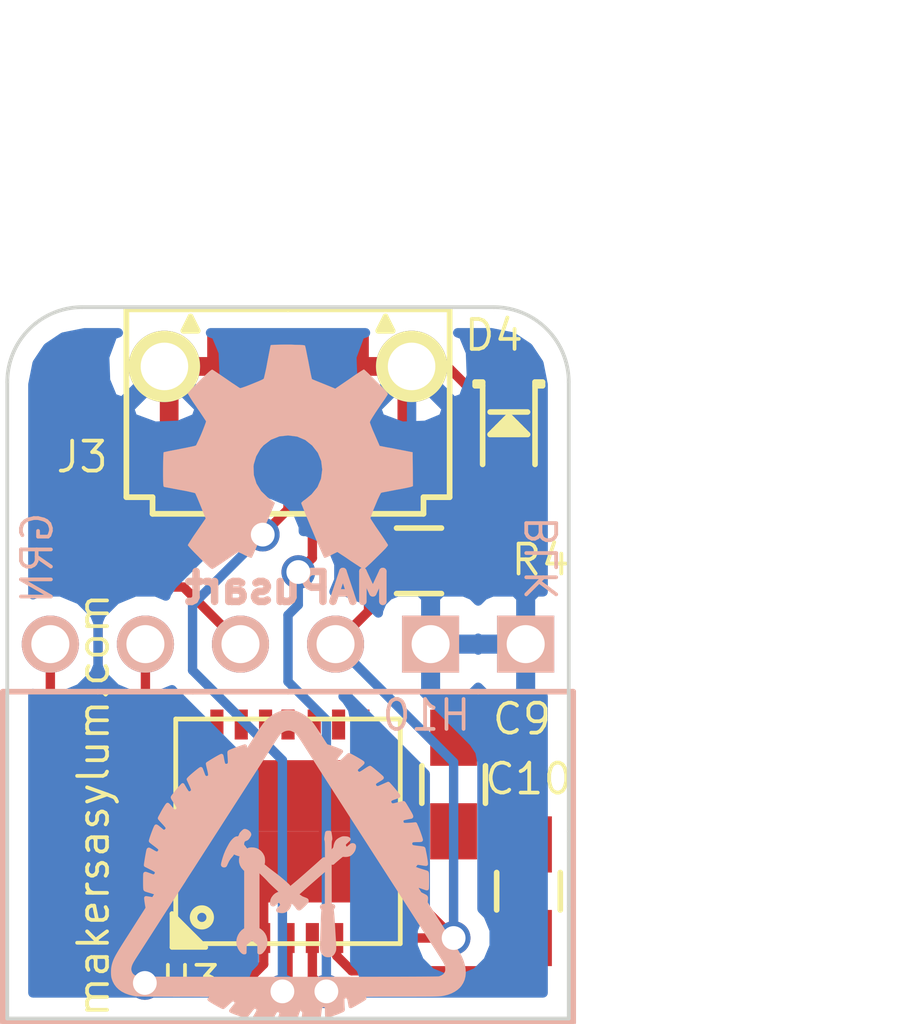
<source format=kicad_pcb>
(kicad_pcb (version 4) (host pcbnew 0.201411181401+5290~19~ubuntu14.10.1-product)

  (general
    (links 28)
    (no_connects 0)
    (area 109.949999 29.949999 125.050001 49.050001)
    (thickness 1.6)
    (drawings 14)
    (tracks 86)
    (zones 0)
    (modules 9)
    (nets 10)
  )

  (page A4)
  (title_block
    (title "MAPone - Bare Bones Arduino")
    (rev v1)
    (company "Maker's Asylum : www.github.com/MakersAsylumIndia")
  )

  (layers
    (0 F.Cu signal)
    (31 B.Cu signal)
    (32 B.Adhes user)
    (33 F.Adhes user)
    (34 B.Paste user)
    (35 F.Paste user)
    (36 B.SilkS user)
    (37 F.SilkS user)
    (38 B.Mask user)
    (39 F.Mask user)
    (40 Dwgs.User user)
    (41 Cmts.User user)
    (42 Eco1.User user)
    (43 Eco2.User user)
    (44 Edge.Cuts user)
    (45 Margin user)
    (46 B.CrtYd user)
    (47 F.CrtYd user)
    (48 B.Fab user)
    (49 F.Fab user)
  )

  (setup
    (last_trace_width 0.25)
    (user_trace_width 0.25)
    (user_trace_width 0.4)
    (user_trace_width 0.5)
    (user_trace_width 0.6)
    (trace_clearance 0.25)
    (zone_clearance 0.508)
    (zone_45_only no)
    (trace_min 0.22)
    (segment_width 0.2)
    (edge_width 0.1)
    (via_size 0.9)
    (via_drill 0.635)
    (via_min_size 0.9)
    (via_min_drill 0.5)
    (uvia_size 0.5)
    (uvia_drill 0.127)
    (uvias_allowed no)
    (uvia_min_size 0.5)
    (uvia_min_drill 0.127)
    (pcb_text_width 0.3)
    (pcb_text_size 1.5 1.5)
    (mod_edge_width 0.15)
    (mod_text_size 0.8 0.8)
    (mod_text_width 0.1)
    (pad_size 1.524 1.524)
    (pad_drill 1.016)
    (pad_to_mask_clearance 0)
    (aux_axis_origin 0 0)
    (visible_elements 7FFFFF7F)
    (pcbplotparams
      (layerselection 0x011f0_80000001)
      (usegerberextensions true)
      (excludeedgelayer false)
      (linewidth 0.100000)
      (plotframeref false)
      (viasonmask false)
      (mode 1)
      (useauxorigin false)
      (hpglpennumber 1)
      (hpglpenspeed 20)
      (hpglpendiameter 15)
      (hpglpenoverlay 2)
      (psnegative false)
      (psa4output false)
      (plotreference true)
      (plotvalue true)
      (plotinvisibletext false)
      (padsonsilk false)
      (subtractmaskfromsilk true)
      (outputformat 1)
      (mirror false)
      (drillshape 0)
      (scaleselection 1)
      (outputdirectory /home/anool/projects-git/MAPone/kicad/gerber/))
  )

  (net 0 "")
  (net 1 "Net-(D4-Pad1)")
  (net 2 /5V)
  (net 3 /GND_U)
  (net 4 /3V3)
  (net 5 /TXD)
  (net 6 /RXD)
  (net 7 /RST)
  (net 8 /D+)
  (net 9 /D-)

  (net_class Default "This is the default net class."
    (clearance 0.25)
    (trace_width 0.25)
    (via_dia 0.9)
    (via_drill 0.635)
    (uvia_dia 0.5)
    (uvia_drill 0.127)
    (add_net /3V3)
    (add_net /5V)
    (add_net /D+)
    (add_net /D-)
    (add_net /GND_U)
    (add_net /RST)
    (add_net /RXD)
    (add_net /TXD)
    (add_net "Net-(D4-Pad1)")
  )

  (net_class 0.40 ""
    (clearance 0.25)
    (trace_width 0.4)
    (via_dia 0.9)
    (via_drill 0.635)
    (uvia_dia 0.5)
    (uvia_drill 0.127)
  )

  (net_class 0.50 ""
    (clearance 0.25)
    (trace_width 0.5)
    (via_dia 0.9)
    (via_drill 0.635)
    (uvia_dia 0.5)
    (uvia_drill 0.127)
  )

  (net_class 0.60 ""
    (clearance 0.25)
    (trace_width 0.6)
    (via_dia 0.9)
    (via_drill 0.635)
    (uvia_dia 0.5)
    (uvia_drill 0.127)
  )

  (module MAPone.pretty:C_0805_HandSoldering (layer F.Cu) (tedit 547DA36C) (tstamp 547B663F)
    (at 121.925 42.75 90)
    (descr "Capacitor SMD 0805, hand soldering")
    (tags "capacitor 0805")
    (path /547B4489)
    (attr smd)
    (fp_text reference C9 (at 1.75 1.825 180) (layer F.SilkS)
      (effects (font (size 0.8 0.8) (thickness 0.1)))
    )
    (fp_text value 100n (at 0 2.1 90) (layer F.SilkS) hide
      (effects (font (size 0.8 0.8) (thickness 0.1)))
    )
    (fp_line (start -2.3 -1) (end 2.3 -1) (layer F.CrtYd) (width 0.05))
    (fp_line (start -2.3 1) (end 2.3 1) (layer F.CrtYd) (width 0.05))
    (fp_line (start -2.3 -1) (end -2.3 1) (layer F.CrtYd) (width 0.05))
    (fp_line (start 2.3 -1) (end 2.3 1) (layer F.CrtYd) (width 0.05))
    (fp_line (start 0.5 -0.85) (end -0.5 -0.85) (layer F.SilkS) (width 0.15))
    (fp_line (start -0.5 0.85) (end 0.5 0.85) (layer F.SilkS) (width 0.15))
    (pad 1 smd rect (at -1.25 0 90) (size 1.5 1.25) (layers F.Cu F.Paste F.Mask)
      (net 2 /5V))
    (pad 2 smd rect (at 1.25 0 90) (size 1.5 1.25) (layers F.Cu F.Paste F.Mask)
      (net 3 /GND_U))
    (model /home/anool/projects-git/MAPone/kicad/MAPone_3D/C_0805N.wrl
      (at (xyz 0 0 0))
      (scale (xyz 1 1 1))
      (rotate (xyz 0 0 0))
    )
  )

  (module MAPone.pretty:C_0805_HandSoldering (layer F.Cu) (tedit 547CA64F) (tstamp 547B6645)
    (at 123.925 45.6 90)
    (descr "Capacitor SMD 0805, hand soldering")
    (tags "capacitor 0805")
    (path /547B4424)
    (attr smd)
    (fp_text reference C10 (at 3 0 180) (layer F.SilkS)
      (effects (font (size 0.8 0.8) (thickness 0.1)))
    )
    (fp_text value 100n (at 0 2.1 90) (layer F.SilkS) hide
      (effects (font (size 0.8 0.8) (thickness 0.1)))
    )
    (fp_line (start -2.3 -1) (end 2.3 -1) (layer F.CrtYd) (width 0.05))
    (fp_line (start -2.3 1) (end 2.3 1) (layer F.CrtYd) (width 0.05))
    (fp_line (start -2.3 -1) (end -2.3 1) (layer F.CrtYd) (width 0.05))
    (fp_line (start 2.3 -1) (end 2.3 1) (layer F.CrtYd) (width 0.05))
    (fp_line (start 0.5 -0.85) (end -0.5 -0.85) (layer F.SilkS) (width 0.15))
    (fp_line (start -0.5 0.85) (end 0.5 0.85) (layer F.SilkS) (width 0.15))
    (pad 1 smd rect (at -1.25 0 90) (size 1.5 1.25) (layers F.Cu F.Paste F.Mask)
      (net 4 /3V3))
    (pad 2 smd rect (at 1.25 0 90) (size 1.5 1.25) (layers F.Cu F.Paste F.Mask)
      (net 3 /GND_U))
    (model /home/anool/projects-git/MAPone/kicad/MAPone_3D/C_0805N.wrl
      (at (xyz 0 0 0))
      (scale (xyz 1 1 1))
      (rotate (xyz 0 0 0))
    )
  )

  (module MAPone.pretty:USB_B_Micro (layer F.Cu) (tedit 547CA648) (tstamp 547B666A)
    (at 117.5 34.25 270)
    (path /547B4117)
    (attr smd)
    (fp_text reference J3 (at -0.25 5.5 360) (layer F.SilkS)
      (effects (font (size 0.8 0.8) (thickness 0.1)))
    )
    (fp_text value USB-Micro (at -1.25 0 360) (layer F.SilkS) hide
      (effects (font (size 0.8 0.8) (thickness 0.1)))
    )
    (fp_line (start 1.27 0) (end 1.27 3.6195) (layer F.SilkS) (width 0.1524))
    (fp_line (start 1.27 3.6195) (end 0.8255 3.6195) (layer F.SilkS) (width 0.1524))
    (fp_line (start 1.27 -3.6195) (end 0.8255 -3.6195) (layer F.SilkS) (width 0.1524))
    (fp_line (start 1.27 0) (end 1.27 -3.6195) (layer F.SilkS) (width 0.1524))
    (fp_line (start 0.8255 -3.6195) (end 0.8255 -4.318) (layer F.SilkS) (width 0.1524))
    (fp_line (start 0.8255 -4.318) (end -4.191 -4.318) (layer F.SilkS) (width 0.1524))
    (fp_line (start -4.191 -4.318) (end -4.191 0) (layer F.SilkS) (width 0.1524))
    (fp_line (start -4.191 0) (end -4.191 4.318) (layer F.SilkS) (width 0.1524))
    (fp_line (start -4.191 4.318) (end 0.8255 4.318) (layer F.SilkS) (width 0.1524))
    (fp_line (start 0.8255 4.318) (end 0.8255 3.6195) (layer F.SilkS) (width 0.1524))
    (fp_line (start -3.6195 2.6035) (end -4.0005 2.6035) (layer F.SilkS) (width 0.1524))
    (fp_line (start -3.6195 -2.6035) (end -4.0005 -2.6035) (layer F.SilkS) (width 0.1524))
    (fp_line (start -3.6195 -2.6035) (end -3.6195 -2.794) (layer F.SilkS) (width 0.1524))
    (fp_line (start -3.6195 -2.794) (end -4.0005 -2.6035) (layer F.SilkS) (width 0.1524))
    (fp_line (start -4.0005 -2.6035) (end -3.6195 -2.413) (layer F.SilkS) (width 0.1524))
    (fp_line (start -3.6195 -2.413) (end -3.6195 -2.6035) (layer F.SilkS) (width 0.1524))
    (fp_line (start -3.6195 2.413) (end -3.6195 2.794) (layer F.SilkS) (width 0.1524))
    (fp_line (start -3.6195 2.794) (end -4.0005 2.6035) (layer F.SilkS) (width 0.1524))
    (fp_line (start -4.0005 2.6035) (end -3.6195 2.413) (layer F.SilkS) (width 0.1524))
    (pad 3 smd rect (at 0 0 270) (size 1.3716 0.4064) (layers F.Cu F.Paste F.Mask)
      (net 8 /D+) (clearance 0.2032))
    (pad 4 smd rect (at 0 0.65024 270) (size 1.3716 0.4064) (layers F.Cu F.Paste F.Mask)
      (clearance 0.2032))
    (pad 5 smd rect (at 0 1.30048 270) (size 1.3716 0.4064) (layers F.Cu F.Paste F.Mask)
      (net 3 /GND_U) (clearance 0.2032))
    (pad 2 smd rect (at 0 -0.65024 270) (size 1.3716 0.4064) (layers F.Cu F.Paste F.Mask)
      (net 9 /D-) (clearance 0.2032))
    (pad 1 smd rect (at 0 -1.30048 270) (size 1.3716 0.4064) (layers F.Cu F.Paste F.Mask)
      (net 2 /5V) (clearance 0.2032))
    (pad T1 smd rect (at -0.254 -3.175 270) (size 1.4224 1.6002) (layers F.Cu F.Paste F.Mask)
      (net 3 /GND_U))
    (pad T2 smd rect (at -0.254 3.175 270) (size 1.4224 1.6002) (layers F.Cu F.Paste F.Mask)
      (net 3 /GND_U))
    (pad T3 smd rect (at -2.667 -1.2065 270) (size 1.905 1.905) (layers F.Cu F.Paste F.Mask)
      (net 3 /GND_U) (clearance 0.2032))
    (pad T4 smd rect (at -2.667 1.2065 270) (size 1.905 1.905) (layers F.Cu F.Paste F.Mask)
      (net 3 /GND_U) (clearance 0.2032))
    (pad T5 thru_hole circle (at -2.667 -3.302 270) (size 1.905 1.905) (drill 1.27) (layers *.Cu *.Paste *.Mask F.SilkS)
      (net 3 /GND_U) (clearance 0.2032))
    (pad T6 thru_hole circle (at -2.667 3.302 270) (size 1.905 1.905) (drill 1.27) (layers *.Cu *.Paste *.Mask F.SilkS)
      (net 3 /GND_U) (clearance 0.2032))
    (model /home/anool/projects-git/MAPone/kicad/MAPone_3D/usb_B_micro_smd.wrl
      (at (xyz -0.1 0 0))
      (scale (xyz 1 1 1))
      (rotate (xyz 0 0 90))
    )
  )

  (module MAPone.pretty:R_0805_HandSoldering (layer F.Cu) (tedit 547DA35C) (tstamp 547B6670)
    (at 121 36.775)
    (descr "Resistor SMD 0805, hand soldering")
    (tags "resistor 0805")
    (path /547B49C9)
    (attr smd)
    (fp_text reference R4 (at 3.25 -0.025 180) (layer F.SilkS)
      (effects (font (size 0.8 0.8) (thickness 0.1)))
    )
    (fp_text value 300E (at 0 2.1) (layer F.SilkS) hide
      (effects (font (size 0.8 0.8) (thickness 0.1)))
    )
    (fp_line (start -2.4 -1) (end 2.4 -1) (layer F.CrtYd) (width 0.05))
    (fp_line (start -2.4 1) (end 2.4 1) (layer F.CrtYd) (width 0.05))
    (fp_line (start -2.4 -1) (end -2.4 1) (layer F.CrtYd) (width 0.05))
    (fp_line (start 2.4 -1) (end 2.4 1) (layer F.CrtYd) (width 0.05))
    (fp_line (start 0.6 0.875) (end -0.6 0.875) (layer F.SilkS) (width 0.15))
    (fp_line (start -0.6 -0.875) (end 0.6 -0.875) (layer F.SilkS) (width 0.15))
    (pad 1 smd rect (at -1.35 0) (size 1.5 1.3) (layers F.Cu F.Paste F.Mask)
      (net 2 /5V))
    (pad 2 smd rect (at 1.35 0) (size 1.5 1.3) (layers F.Cu F.Paste F.Mask)
      (net 1 "Net-(D4-Pad1)"))
    (model /home/anool/projects-git/MAPone/kicad/MAPone_3D/R_0805.wrl
      (at (xyz 0 0 0))
      (scale (xyz 1 1 1))
      (rotate (xyz 0 0 0))
    )
  )

  (module MAPone.pretty:qfn-28 (layer F.Cu) (tedit 547DB3B8) (tstamp 547B66A5)
    (at 117.5 44)
    (descr "Plastic QFP, Microchip QFN-28")
    (path /547B0876)
    (fp_text reference U3 (at -2.6 4 180) (layer F.SilkS)
      (effects (font (size 0.8 0.8) (thickness 0.1)))
    )
    (fp_text value CP210X (at 1.25 4) (layer F.SilkS) hide
      (effects (font (size 0.8 0.8) (thickness 0.1)))
    )
    (fp_line (start -3.0988 2.19964) (end -2.19964 3.0988) (layer F.SilkS) (width 0.127))
    (fp_line (start -2.19964 3.0988) (end -3.0988 3.0988) (layer F.SilkS) (width 0.127))
    (fp_line (start -3.0988 3.0988) (end -3.0988 2.19964) (layer F.SilkS) (width 0.127))
    (fp_line (start -2.4003 2.99974) (end -2.99974 2.4003) (layer F.SilkS) (width 0.127))
    (fp_line (start -2.99974 2.4003) (end -2.99974 2.49936) (layer F.SilkS) (width 0.127))
    (fp_line (start -2.99974 2.49936) (end -2.49936 2.99974) (layer F.SilkS) (width 0.127))
    (fp_line (start -2.49936 2.99974) (end -2.60096 2.99974) (layer F.SilkS) (width 0.127))
    (fp_line (start -2.60096 2.99974) (end -2.99974 2.60096) (layer F.SilkS) (width 0.127))
    (fp_line (start -2.99974 2.60096) (end -2.99974 2.70002) (layer F.SilkS) (width 0.127))
    (fp_line (start -2.99974 2.70002) (end -2.70002 2.99974) (layer F.SilkS) (width 0.127))
    (fp_line (start -2.70002 2.99974) (end -2.79908 2.99974) (layer F.SilkS) (width 0.127))
    (fp_line (start -2.79908 2.99974) (end -2.99974 2.79908) (layer F.SilkS) (width 0.127))
    (fp_line (start -2.99974 -2.99974) (end 2.99974 -2.99974) (layer F.SilkS) (width 0.127))
    (fp_line (start 2.99974 -2.99974) (end 2.99974 2.99974) (layer F.SilkS) (width 0.127))
    (fp_line (start 2.99974 2.99974) (end -2.99974 2.99974) (layer F.SilkS) (width 0.127))
    (fp_line (start -2.99974 2.99974) (end -2.99974 -2.99974) (layer F.SilkS) (width 0.127))
    (fp_circle (center -2.30124 2.2987) (end -2.10312 2.4003) (layer F.SilkS) (width 0.20066))
    (pad 2 smd rect (at -1.30048 2.84988) (size 0.35052 0.8001) (layers F.Cu F.Paste F.Mask)
      (solder_mask_margin 0.07112) (clearance 0.1))
    (pad 3 smd rect (at -0.65024 2.84988) (size 0.35052 0.8001) (layers F.Cu F.Paste F.Mask)
      (net 3 /GND_U) (solder_mask_margin 0.07112) (clearance 0.1))
    (pad 4 smd rect (at 0 2.84988) (size 0.35052 0.8001) (layers F.Cu F.Paste F.Mask)
      (net 8 /D+) (solder_mask_margin 0.07112) (clearance 0.1))
    (pad 5 smd rect (at 0.65024 2.84988) (size 0.35052 0.8001) (layers F.Cu F.Paste F.Mask)
      (net 9 /D-) (solder_mask_margin 0.07112) (clearance 0.1))
    (pad 8 smd rect (at 2.85242 1.95072) (size 0.8001 0.35052) (layers F.Cu F.Paste F.Mask)
      (net 2 /5V) (solder_mask_margin 0.07112) (clearance 0.1))
    (pad 9 smd rect (at 2.85242 1.30048) (size 0.8001 0.35052) (layers F.Cu F.Paste F.Mask)
      (solder_mask_margin 0.07112) (clearance 0.1))
    (pad 10 smd rect (at 2.85242 0.65024) (size 0.8001 0.35052) (layers F.Cu F.Paste F.Mask)
      (solder_mask_margin 0.07112) (clearance 0.1))
    (pad 11 smd rect (at 2.85242 0) (size 0.8001 0.35052) (layers F.Cu F.Paste F.Mask)
      (solder_mask_margin 0.07112) (clearance 0.1))
    (pad 12 smd rect (at 2.85242 -0.65024) (size 0.8001 0.35052) (layers F.Cu F.Paste F.Mask)
      (solder_mask_margin 0.07112) (clearance 0.1))
    (pad 13 smd rect (at 2.85242 -1.30048) (size 0.8001 0.35052) (layers F.Cu F.Paste F.Mask)
      (solder_mask_margin 0.07112) (clearance 0.1))
    (pad 14 smd rect (at 2.85242 -1.95072) (size 0.8001 0.35052) (layers F.Cu F.Paste F.Mask)
      (solder_mask_margin 0.07112) (clearance 0.1))
    (pad 1 smd rect (at -1.95072 2.84988) (size 0.35052 0.8001) (layers F.Cu F.Paste F.Mask)
      (solder_mask_margin 0.07112) (clearance 0.1))
    (pad 29 smd rect (at 0.94996 0.94996) (size 1.89992 1.89992) (layers F.Cu F.Paste F.Mask)
      (net 3 /GND_U) (solder_mask_margin 0.07112) (solder_paste_margin -0.09906))
    (pad 29 smd rect (at -0.94996 0.94996) (size 1.89992 1.89992) (layers F.Cu F.Paste F.Mask)
      (net 3 /GND_U) (solder_mask_margin 0.07112) (solder_paste_margin -0.09906))
    (pad 29 smd rect (at -0.94996 -0.94996) (size 1.89992 1.89992) (layers F.Cu F.Paste F.Mask)
      (net 3 /GND_U) (solder_mask_margin 0.07112) (solder_paste_margin -0.09906))
    (pad 29 smd rect (at 0.94996 -0.94996) (size 1.89992 1.89992) (layers F.Cu F.Paste F.Mask)
      (net 3 /GND_U) (solder_mask_margin 0.07112) (solder_paste_margin -0.09906))
    (pad 15 smd rect (at 2.00152 -2.85242) (size 0.35052 0.8001) (layers F.Cu F.Paste F.Mask)
      (solder_mask_margin 0.07112) (clearance 0.1))
    (pad 16 smd rect (at 1.35128 -2.85242) (size 0.35052 0.8001) (layers F.Cu F.Paste F.Mask)
      (solder_mask_margin 0.07112) (clearance 0.1))
    (pad 17 smd rect (at 0.70104 -2.85242) (size 0.35052 0.8001) (layers F.Cu F.Paste F.Mask)
      (solder_mask_margin 0.07112) (clearance 0.1))
    (pad 18 smd rect (at 0 -2.85242) (size 0.35052 0.8001) (layers F.Cu F.Paste F.Mask)
      (solder_mask_margin 0.07112) (clearance 0.1))
    (pad 19 smd rect (at -0.59944 -2.85242) (size 0.35052 0.8001) (layers F.Cu F.Paste F.Mask)
      (solder_mask_margin 0.07112) (clearance 0.1))
    (pad 20 smd rect (at -1.24968 -2.85242) (size 0.35052 0.8001) (layers F.Cu F.Paste F.Mask)
      (solder_mask_margin 0.07112) (clearance 0.1))
    (pad 21 smd rect (at -1.89992 -2.85242) (size 0.35052 0.8001) (layers F.Cu F.Paste F.Mask)
      (solder_mask_margin 0.07112) (clearance 0.1))
    (pad 22 smd rect (at -2.84988 -1.95072) (size 0.8001 0.35052) (layers F.Cu F.Paste F.Mask)
      (solder_mask_margin 0.07112) (clearance 0.1))
    (pad 23 smd rect (at -2.84988 -1.30048) (size 0.8001 0.35052) (layers F.Cu F.Paste F.Mask)
      (solder_mask_margin 0.07112) (clearance 0.1))
    (pad 24 smd rect (at -2.84988 -0.65024) (size 0.8001 0.35052) (layers F.Cu F.Paste F.Mask)
      (solder_mask_margin 0.07112) (clearance 0.1))
    (pad 25 smd rect (at -2.84988 0) (size 0.8001 0.35052) (layers F.Cu F.Paste F.Mask)
      (net 6 /RXD) (solder_mask_margin 0.07112) (clearance 0.1))
    (pad 26 smd rect (at -2.84988 0.65024) (size 0.8001 0.35052) (layers F.Cu F.Paste F.Mask)
      (net 5 /TXD) (solder_mask_margin 0.07112) (clearance 0.1))
    (pad 27 smd rect (at -2.84988 1.30048) (size 0.8001 0.35052) (layers F.Cu F.Paste F.Mask)
      (solder_mask_margin 0.07112) (clearance 0.1))
    (pad 28 smd rect (at -2.84988 1.95072) (size 0.8001 0.35052) (layers F.Cu F.Paste F.Mask)
      (net 7 /RST) (solder_mask_margin 0.07112) (clearance 0.1))
    (pad 6 smd rect (at 1.30048 2.84988) (size 0.35052 0.8001) (layers F.Cu F.Paste F.Mask)
      (net 4 /3V3) (solder_mask_margin 0.07112) (clearance 0.1))
    (pad 7 smd rect (at 1.95072 2.84988) (size 0.35052 0.8001) (layers F.Cu F.Paste F.Mask)
      (net 2 /5V) (solder_mask_margin 0.07112) (clearance 0.1))
    (model /home/anool/projects-git/MAPone/kicad/MAPone_3D/QFN28.wrl
      (at (xyz 0 0 0))
      (scale (xyz 1 1 1))
      (rotate (xyz 0 0 -90))
    )
  )

  (module MAPone.pretty:MA_Logo2 (layer B.Cu) (tedit 547C280C) (tstamp 547C20AA)
    (at 117.5 45 180)
    (path /547DD237)
    (fp_text reference Z3 (at 0 0 180) (layer B.SilkS) hide
      (effects (font (size 0.8 0.8) (thickness 0.1)) (justify mirror))
    )
    (fp_text value SCREW (at 0.75 0 180) (layer B.SilkS) hide
      (effects (font (size 0.8 0.8) (thickness 0.1)) (justify mirror))
    )
    (fp_poly (pts (xy 4.680783 -2.764956) (xy 4.679173 -2.819615) (xy 4.674602 -2.868527) (xy 4.668588 -2.901456)
      (xy 4.64141 -2.984012) (xy 4.602365 -3.059183) (xy 4.551739 -3.126753) (xy 4.489816 -3.186509)
      (xy 4.416882 -3.238235) (xy 4.333223 -3.281717) (xy 4.239125 -3.316742) (xy 4.236534 -3.317396)
      (xy 4.236534 -2.676792) (xy 4.234074 -2.651491) (xy 4.229732 -2.626656) (xy 4.223267 -2.598109)
      (xy 4.214439 -2.569582) (xy 4.202387 -2.539378) (xy 4.186248 -2.505795) (xy 4.165158 -2.467135)
      (xy 4.138254 -2.421698) (xy 4.104674 -2.367783) (xy 4.073807 -2.319551) (xy 4.045924 -2.276327)
      (xy 4.019306 -2.235052) (xy 3.995315 -2.197841) (xy 3.975314 -2.166804) (xy 3.960663 -2.144056)
      (xy 3.954392 -2.134305) (xy 3.944676 -2.119191) (xy 3.928542 -2.094112) (xy 3.907214 -2.060966)
      (xy 3.881914 -2.021654) (xy 3.853863 -1.978074) (xy 3.824285 -1.932127) (xy 3.820448 -1.926167)
      (xy 3.790319 -1.879358) (xy 3.761164 -1.834046) (xy 3.734293 -1.792268) (xy 3.711019 -1.756065)
      (xy 3.692652 -1.727475) (xy 3.680504 -1.708537) (xy 3.679804 -1.707444) (xy 3.659069 -1.675083)
      (xy 3.63177 -1.632522) (xy 3.598978 -1.581428) (xy 3.561764 -1.523468) (xy 3.521199 -1.460309)
      (xy 3.478354 -1.393619) (xy 3.434301 -1.325064) (xy 3.39011 -1.256311) (xy 3.346852 -1.189028)
      (xy 3.3056 -1.124882) (xy 3.267423 -1.065539) (xy 3.2385 -1.0206) (xy 3.204001 -0.967)
      (xy 3.169496 -0.913367) (xy 3.136332 -0.861801) (xy 3.105859 -0.814399) (xy 3.079427 -0.773262)
      (xy 3.058385 -0.740487) (xy 3.048 -0.724292) (xy 3.022605 -0.684744) (xy 2.994128 -0.640535)
      (xy 2.966299 -0.59745) (xy 2.945694 -0.565653) (xy 2.922163 -0.529368) (xy 2.896873 -0.490291)
      (xy 2.873217 -0.453667) (xy 2.857975 -0.43001) (xy 2.837959 -0.39897) (xy 2.817368 -0.367169)
      (xy 2.799612 -0.33987) (xy 2.794046 -0.331357) (xy 2.780117 -0.309638) (xy 2.769096 -0.291608)
      (xy 2.763776 -0.281968) (xy 2.758724 -0.273344) (xy 2.747058 -0.254703) (xy 2.729913 -0.22782)
      (xy 2.708428 -0.194468) (xy 2.683736 -0.156423) (xy 2.666838 -0.130528) (xy 2.638142 -0.086587)
      (xy 2.609529 -0.042675) (xy 2.582734 -0.001464) (xy 2.559495 0.034374) (xy 2.541547 0.062168)
      (xy 2.53616 0.070556) (xy 2.502593 0.12293) (xy 2.462255 0.185803) (xy 2.41602 0.257816)
      (xy 2.364763 0.337608) (xy 2.309359 0.423817) (xy 2.250681 0.515084) (xy 2.189605 0.610047)
      (xy 2.127005 0.707346) (xy 2.063755 0.805621) (xy 2.060042 0.811389) (xy 2.022894 0.869108)
      (xy 1.980129 0.935575) (xy 1.933759 1.007662) (xy 1.885794 1.082245) (xy 1.838243 1.156198)
      (xy 1.793117 1.226395) (xy 1.760558 1.277056) (xy 1.71804 1.343217) (xy 1.67257 1.413969)
      (xy 1.625235 1.487617) (xy 1.577127 1.562466) (xy 1.529333 1.63682) (xy 1.482946 1.708985)
      (xy 1.439052 1.777265) (xy 1.398744 1.839965) (xy 1.363109 1.895391) (xy 1.333239 1.941846)
      (xy 1.316097 1.9685) (xy 1.304735 1.98616) (xy 1.286987 2.013738) (xy 1.264103 2.049291)
      (xy 1.237336 2.090874) (xy 1.207938 2.13654) (xy 1.177162 2.184346) (xy 1.168496 2.197806)
      (xy 1.119553 2.273835) (xy 1.068205 2.353618) (xy 1.015153 2.436067) (xy 0.961093 2.520094)
      (xy 0.906727 2.604612) (xy 0.852753 2.688534) (xy 0.79987 2.770772) (xy 0.748777 2.850239)
      (xy 0.700174 2.925847) (xy 0.654759 2.99651) (xy 0.613231 3.061139) (xy 0.57629 3.118647)
      (xy 0.544636 3.167947) (xy 0.518966 3.207952) (xy 0.49998 3.237573) (xy 0.494871 3.245556)
      (xy 0.476522 3.274245) (xy 0.4592 3.301329) (xy 0.445516 3.322725) (xy 0.440722 3.330222)
      (xy 0.392832 3.404663) (xy 0.351761 3.467516) (xy 0.317133 3.519333) (xy 0.288571 3.560662)
      (xy 0.265698 3.592057) (xy 0.248136 3.614066) (xy 0.24104 3.62192) (xy 0.18527 3.671322)
      (xy 0.126009 3.707518) (xy 0.063794 3.730257) (xy -0.000839 3.739288) (xy -0.010696 3.739445)
      (xy -0.043986 3.738398) (xy -0.072101 3.734423) (xy -0.099885 3.726263) (xy -0.132185 3.712663)
      (xy -0.153607 3.702421) (xy -0.175497 3.690901) (xy -0.196037 3.678039) (xy -0.216063 3.662801)
      (xy -0.236409 3.64415) (xy -0.257909 3.621052) (xy -0.281397 3.592473) (xy -0.307709 3.557376)
      (xy -0.337677 3.514728) (xy -0.372138 3.463493) (xy -0.411924 3.402636) (xy -0.457871 3.331121)
      (xy -0.476571 3.301799) (xy -0.501168 3.263267) (xy -0.53122 3.216341) (xy -0.564514 3.16447)
      (xy -0.598833 3.111102) (xy -0.631963 3.059689) (xy -0.645221 3.039151) (xy -0.672272 2.997236)
      (xy -0.705339 2.945942) (xy -0.742814 2.887766) (xy -0.783092 2.825205) (xy -0.824563 2.760753)
      (xy -0.865622 2.696909) (xy -0.903111 2.63858) (xy -0.937141 2.585618) (xy -0.970315 2.533992)
      (xy -1.00333 2.48262) (xy -1.036882 2.43042) (xy -1.071665 2.37631) (xy -1.108377 2.319207)
      (xy -1.147713 2.25803) (xy -1.190368 2.191696) (xy -1.237039 2.119124) (xy -1.288421 2.039231)
      (xy -1.345209 1.950935) (xy -1.408101 1.853155) (xy -1.47779 1.744807) (xy -1.492746 1.721556)
      (xy -1.5346 1.656486) (xy -1.581775 1.583141) (xy -1.631961 1.505116) (xy -1.682845 1.426004)
      (xy -1.732117 1.349399) (xy -1.777464 1.278895) (xy -1.799068 1.245306) (xy -1.838641 1.183784)
      (xy -1.880952 1.118012) (xy -1.924204 1.050785) (xy -1.966599 0.984895) (xy -2.006341 0.923136)
      (xy -2.041632 0.868302) (xy -2.064642 0.832556) (xy -2.094762 0.78575) (xy -2.123897 0.74044)
      (xy -2.150738 0.698664) (xy -2.173975 0.662461) (xy -2.1923 0.633871) (xy -2.204402 0.614931)
      (xy -2.205101 0.613833) (xy -2.215907 0.596928) (xy -2.233231 0.569927) (xy -2.255938 0.534595)
      (xy -2.282894 0.492694) (xy -2.312966 0.445985) (xy -2.345019 0.396233) (xy -2.368484 0.359833)
      (xy -2.417764 0.283375) (xy -2.472787 0.19795) (xy -2.531679 0.106473) (xy -2.592567 0.011856)
      (xy -2.653574 -0.082987) (xy -2.712829 -0.175145) (xy -2.768455 -0.261705) (xy -2.797495 -0.306917)
      (xy -2.810649 -0.327361) (xy -2.830136 -0.357596) (xy -2.854625 -0.395562) (xy -2.882789 -0.439198)
      (xy -2.913299 -0.486447) (xy -2.944824 -0.535247) (xy -2.953219 -0.548238) (xy -2.983642 -0.595354)
      (xy -3.012364 -0.639911) (xy -3.038277 -0.680181) (xy -3.060271 -0.714439) (xy -3.077236 -0.740958)
      (xy -3.088063 -0.758011) (xy -3.090333 -0.761643) (xy -3.101903 -0.780118) (xy -3.118437 -0.806221)
      (xy -3.137251 -0.835723) (xy -3.14764 -0.851932) (xy -3.196475 -0.927945) (xy -3.250926 -1.012663)
      (xy -3.308966 -1.102932) (xy -3.368566 -1.195598) (xy -3.427696 -1.287506) (xy -3.484328 -1.375502)
      (xy -3.536433 -1.456431) (xy -3.536781 -1.456972) (xy -3.567973 -1.505412) (xy -3.597355 -1.55105)
      (xy -3.623889 -1.592273) (xy -3.646534 -1.627464) (xy -3.664253 -1.65501) (xy -3.676005 -1.673295)
      (xy -3.679806 -1.679222) (xy -3.688238 -1.692348) (xy -3.704157 -1.717072) (xy -3.727398 -1.753136)
      (xy -3.757793 -1.800282) (xy -3.795177 -1.858253) (xy -3.839384 -1.926792) (xy -3.890248 -2.005639)
      (xy -3.947602 -2.094539) (xy -3.968706 -2.12725) (xy -4.020776 -2.208119) (xy -4.067079 -2.280378)
      (xy -4.107295 -2.343515) (xy -4.1411 -2.39702) (xy -4.168172 -2.440383) (xy -4.188189 -2.473092)
      (xy -4.200828 -2.494637) (xy -4.202499 -2.497667) (xy -4.229476 -2.556178) (xy -4.245189 -2.612971)
      (xy -4.250899 -2.672822) (xy -4.250972 -2.681111) (xy -4.250271 -2.713643) (xy -4.247434 -2.737607)
      (xy -4.241362 -2.758508) (xy -4.230955 -2.781849) (xy -4.230779 -2.782208) (xy -4.216121 -2.808277)
      (xy -4.19937 -2.832622) (xy -4.188191 -2.845708) (xy -4.160179 -2.86822) (xy -4.123194 -2.890328)
      (xy -4.0822 -2.909439) (xy -4.042165 -2.922961) (xy -4.03836 -2.923918) (xy -4.028114 -2.924696)
      (xy -4.004245 -2.925449) (xy -3.967241 -2.926176) (xy -3.917591 -2.926877) (xy -3.855782 -2.927551)
      (xy -3.782303 -2.928199) (xy -3.697642 -2.928821) (xy -3.602286 -2.929416) (xy -3.496725 -2.929985)
      (xy -3.381446 -2.930528) (xy -3.256937 -2.931044) (xy -3.123687 -2.931533) (xy -2.982183 -2.931996)
      (xy -2.832914 -2.932433) (xy -2.676368 -2.932842) (xy -2.513034 -2.933225) (xy -2.343398 -2.933581)
      (xy -2.16795 -2.933911) (xy -1.987177 -2.934213) (xy -1.801568 -2.934489) (xy -1.611611 -2.934737)
      (xy -1.417794 -2.934959) (xy -1.220605 -2.935153) (xy -1.020532 -2.93532) (xy -0.818064 -2.935461)
      (xy -0.613688 -2.935574) (xy -0.407893 -2.935659) (xy -0.201166 -2.935718) (xy 0.006003 -2.935749)
      (xy 0.213127 -2.935753) (xy 0.419718 -2.935729) (xy 0.625288 -2.935678) (xy 0.829347 -2.935599)
      (xy 1.03141 -2.935493) (xy 1.230986 -2.935359) (xy 1.427588 -2.935197) (xy 1.620729 -2.935008)
      (xy 1.809919 -2.934791) (xy 1.99467 -2.934546) (xy 2.174495 -2.934273) (xy 2.348905 -2.933972)
      (xy 2.517413 -2.933644) (xy 2.679529 -2.933287) (xy 2.834766 -2.932902) (xy 2.982636 -2.932489)
      (xy 3.12265 -2.932048) (xy 3.254321 -2.931579) (xy 3.37716 -2.931082) (xy 3.490679 -2.930556)
      (xy 3.59439 -2.930002) (xy 3.687805 -2.92942) (xy 3.770436 -2.928809) (xy 3.841794 -2.92817)
      (xy 3.901391 -2.927502) (xy 3.94874 -2.926806) (xy 3.983352 -2.926081) (xy 4.004739 -2.925327)
      (xy 4.012029 -2.924696) (xy 4.077507 -2.904428) (xy 4.131047 -2.87708) (xy 4.173189 -2.842162)
      (xy 4.204474 -2.799185) (xy 4.225442 -2.74766) (xy 4.230659 -2.72649) (xy 4.235377 -2.699674)
      (xy 4.236534 -2.676792) (xy 4.236534 -3.317396) (xy 4.134872 -3.343093) (xy 4.064536 -3.355085)
      (xy 4.05238 -3.356561) (xy 4.037322 -3.357895) (xy 4.018661 -3.359094) (xy 3.995699 -3.360165)
      (xy 3.967736 -3.361115) (xy 3.934073 -3.36195) (xy 3.89401 -3.362678) (xy 3.846849 -3.363304)
      (xy 3.79189 -3.363836) (xy 3.728434 -3.36428) (xy 3.655782 -3.364643) (xy 3.573234 -3.364932)
      (xy 3.480091 -3.365154) (xy 3.375655 -3.365315) (xy 3.259226 -3.365421) (xy 3.130103 -3.365481)
      (xy 2.98759 -3.3655) (xy 2.983272 -3.3655) (xy 2.865228 -3.365538) (xy 2.75111 -3.365648)
      (xy 2.641709 -3.365827) (xy 2.537815 -3.366071) (xy 2.440219 -3.366374) (xy 2.34971 -3.366732)
      (xy 2.267079 -3.367142) (xy 2.193117 -3.367598) (xy 2.128614 -3.368098) (xy 2.074361 -3.368635)
      (xy 2.031147 -3.369206) (xy 1.999763 -3.369807) (xy 1.981 -3.370433) (xy 1.975555 -3.371005)
      (xy 1.980675 -3.377419) (xy 1.994596 -3.390747) (xy 2.015163 -3.409011) (xy 2.038993 -3.429214)
      (xy 2.063881 -3.450261) (xy 2.084194 -3.468147) (xy 2.09778 -3.480927) (xy 2.102493 -3.486577)
      (xy 2.096609 -3.49301) (xy 2.080111 -3.504965) (xy 2.054866 -3.521381) (xy 2.022742 -3.541194)
      (xy 1.985604 -3.563342) (xy 1.94532 -3.586763) (xy 1.903757 -3.610392) (xy 1.862781 -3.633169)
      (xy 1.824259 -3.65403) (xy 1.790058 -3.671912) (xy 1.762044 -3.685752) (xy 1.742084 -3.694489)
      (xy 1.732671 -3.697111) (xy 1.724453 -3.692438) (xy 1.707905 -3.679434) (xy 1.684799 -3.659619)
      (xy 1.656908 -3.634516) (xy 1.626003 -3.605645) (xy 1.624814 -3.604514) (xy 1.580693 -3.563525)
      (xy 1.544561 -3.532388) (xy 1.51518 -3.510278) (xy 1.491309 -3.496373) (xy 1.471712 -3.489848)
      (xy 1.455147 -3.489879) (xy 1.453088 -3.490338) (xy 1.420783 -3.505476) (xy 1.394421 -3.532625)
      (xy 1.383156 -3.55192) (xy 1.374432 -3.571123) (xy 1.371804 -3.583771) (xy 1.375015 -3.595911)
      (xy 1.380786 -3.607707) (xy 1.389891 -3.62211) (xy 1.406073 -3.64451) (xy 1.427266 -3.67216)
      (xy 1.4514 -3.702314) (xy 1.458736 -3.711233) (xy 1.481895 -3.739529) (xy 1.501437 -3.764016)
      (xy 1.515761 -3.782639) (xy 1.523266 -3.793344) (xy 1.524 -3.794962) (xy 1.517633 -3.799587)
      (xy 1.499873 -3.807905) (xy 1.472728 -3.819196) (xy 1.438208 -3.832737) (xy 1.398322 -3.847808)
      (xy 1.355078 -3.863688) (xy 1.310487 -3.879654) (xy 1.266556 -3.894987) (xy 1.225296 -3.908964)
      (xy 1.188715 -3.920865) (xy 1.158822 -3.929968) (xy 1.137627 -3.935551) (xy 1.128341 -3.937)
      (xy 1.118635 -3.931104) (xy 1.101582 -3.913388) (xy 1.077143 -3.883807) (xy 1.04528 -3.842317)
      (xy 1.03209 -3.824598) (xy 0.996392 -3.777421) (xy 0.966926 -3.74116) (xy 0.942546 -3.714706)
      (xy 0.922106 -3.696946) (xy 0.90446 -3.68677) (xy 0.88846 -3.683066) (xy 0.885994 -3.683)
      (xy 0.868698 -3.687151) (xy 0.846208 -3.697641) (xy 0.823955 -3.711529) (xy 0.807861 -3.725323)
      (xy 0.797345 -3.744234) (xy 0.794063 -3.771577) (xy 0.794072 -3.773699) (xy 0.795246 -3.788898)
      (xy 0.79921 -3.804744) (xy 0.807095 -3.823861) (xy 0.820033 -3.848874) (xy 0.839151 -3.882407)
      (xy 0.845705 -3.893576) (xy 0.867986 -3.931452) (xy 0.883831 -3.958909) (xy 0.89392 -3.977711)
      (xy 0.898934 -3.989624) (xy 0.899554 -3.996412) (xy 0.896461 -3.99984) (xy 0.890337 -4.001673)
      (xy 0.887645 -4.002255) (xy 0.830342 -4.014338) (xy 0.771968 -4.025863) (xy 0.714287 -4.036552)
      (xy 0.659063 -4.046128) (xy 0.608061 -4.054312) (xy 0.563047 -4.060827) (xy 0.525784 -4.065395)
      (xy 0.498037 -4.067739) (xy 0.48157 -4.067581) (xy 0.478383 -4.066666) (xy 0.473584 -4.059527)
      (xy 0.463658 -4.041803) (xy 0.449712 -4.01557) (xy 0.432849 -3.982904) (xy 0.415713 -3.948959)
      (xy 0.390757 -3.899624) (xy 0.370606 -3.861486) (xy 0.35417 -3.832922) (xy 0.340357 -3.812308)
      (xy 0.328079 -3.798021) (xy 0.316244 -3.788437) (xy 0.303762 -3.781933) (xy 0.303453 -3.781804)
      (xy 0.275943 -3.777405) (xy 0.246146 -3.783568) (xy 0.21811 -3.798245) (xy 0.195883 -3.81939)
      (xy 0.184239 -3.842091) (xy 0.182212 -3.854239) (xy 0.182943 -3.869078) (xy 0.186965 -3.888636)
      (xy 0.194809 -3.914941) (xy 0.20701 -3.950022) (xy 0.224098 -3.995906) (xy 0.225843 -4.0005)
      (xy 0.235831 -4.025704) (xy 0.243623 -4.04563) (xy 0.247964 -4.060905) (xy 0.247596 -4.072157)
      (xy 0.241265 -4.080013) (xy 0.227713 -4.085102) (xy 0.205684 -4.08805) (xy 0.173922 -4.089486)
      (xy 0.131171 -4.090038) (xy 0.076174 -4.090333) (xy 0.045588 -4.090562) (xy -0.01754 -4.090989)
      (xy -0.06783 -4.090967) (xy -0.106551 -4.090453) (xy -0.134972 -4.089407) (xy -0.154359 -4.087787)
      (xy -0.165982 -4.085552) (xy -0.170293 -4.083507) (xy -0.177493 -4.072715) (xy -0.186486 -4.05233)
      (xy -0.195521 -4.026415) (xy -0.19696 -4.021667) (xy -0.205359 -3.993723) (xy -0.213007 -3.969009)
      (xy -0.218397 -3.952379) (xy -0.218837 -3.951111) (xy -0.223775 -3.935801) (xy -0.231043 -3.91178)
      (xy -0.239168 -3.883926) (xy -0.240132 -3.880555) (xy -0.249237 -3.851599) (xy -0.259037 -3.825071)
      (xy -0.267519 -3.806384) (xy -0.268066 -3.805415) (xy -0.274525 -3.791999) (xy -0.277562 -3.777595)
      (xy -0.277544 -3.757929) (xy -0.274838 -3.728727) (xy -0.274736 -3.727804) (xy -0.265643 -3.645593)
      (xy -0.257803 -3.573292) (xy -0.251288 -3.511607) (xy -0.24617 -3.461246) (xy -0.242522 -3.422917)
      (xy -0.240416 -3.397327) (xy -0.239889 -3.386516) (xy -0.240458 -3.374869) (xy -0.244386 -3.368591)
      (xy -0.255004 -3.366022) (xy -0.275644 -3.365503) (xy -0.282088 -3.3655) (xy -0.302491 -3.365652)
      (xy -0.315923 -3.367767) (xy -0.324146 -3.374329) (xy -0.328925 -3.387822) (xy -0.332023 -3.410733)
      (xy -0.334663 -3.439583) (xy -0.337255 -3.466523) (xy -0.340828 -3.50127) (xy -0.344737 -3.537611)
      (xy -0.345997 -3.548944) (xy -0.352945 -3.611157) (xy -0.358359 -3.660333) (xy -0.362342 -3.697451)
      (xy -0.364998 -3.72349) (xy -0.366431 -3.739429) (xy -0.366764 -3.745252) (xy -0.371758 -3.754843)
      (xy -0.384467 -3.769557) (xy -0.395899 -3.78053) (xy -0.413479 -3.798112) (xy -0.426772 -3.814763)
      (xy -0.431003 -3.82235) (xy -0.432454 -3.837528) (xy -0.430382 -3.866102) (xy -0.424814 -3.90781)
      (xy -0.418368 -3.947498) (xy -0.412274 -3.985161) (xy -0.407665 -4.017873) (xy -0.404838 -4.043144)
      (xy -0.404089 -4.058485) (xy -0.404736 -4.061865) (xy -0.413733 -4.063017) (xy -0.434431 -4.06182)
      (xy -0.464671 -4.058578) (xy -0.502295 -4.053595) (xy -0.545143 -4.047173) (xy -0.591058 -4.039616)
      (xy -0.63788 -4.031228) (xy -0.677333 -4.023559) (xy -0.713103 -4.016413) (xy -0.745829 -4.010052)
      (xy -0.771954 -4.005154) (xy -0.787923 -4.0024) (xy -0.788211 -4.002357) (xy -0.80646 -3.997279)
      (xy -0.818587 -3.989745) (xy -0.818618 -3.989708) (xy -0.821921 -3.97991) (xy -0.826254 -3.958561)
      (xy -0.831206 -3.928145) (xy -0.836365 -3.89115) (xy -0.840403 -3.858159) (xy -0.846681 -3.805099)
      (xy -0.852094 -3.764107) (xy -0.857135 -3.733203) (xy -0.862294 -3.710411) (xy -0.868064 -3.693751)
      (xy -0.874937 -3.681245) (xy -0.883403 -3.670916) (xy -0.8881 -3.666223) (xy -0.916352 -3.648022)
      (xy -0.9482 -3.642194) (xy -0.980892 -3.648513) (xy -1.011674 -3.666751) (xy -1.022851 -3.67735)
      (xy -1.028158 -3.684044) (xy -1.031969 -3.692467) (xy -1.034528 -3.704889) (xy -1.036081 -3.723584)
      (xy -1.036872 -3.750822) (xy -1.037147 -3.788875) (xy -1.037167 -3.810154) (xy -1.03738 -3.849421)
      (xy -1.037971 -3.883567) (xy -1.038865 -3.910178) (xy -1.039987 -3.92684) (xy -1.040899 -3.931325)
      (xy -1.04833 -3.930242) (xy -1.066854 -3.925176) (xy -1.094258 -3.916842) (xy -1.128329 -3.905956)
      (xy -1.166853 -3.893232) (xy -1.207618 -3.879387) (xy -1.24841 -3.865136) (xy -1.273528 -3.856126)
      (xy -1.303726 -3.844771) (xy -1.337485 -3.831446) (xy -1.371992 -3.817338) (xy -1.404437 -3.803634)
      (xy -1.432005 -3.791521) (xy -1.451887 -3.782184) (xy -1.46108 -3.776978) (xy -1.467296 -3.768759)
      (xy -1.469316 -3.75564) (xy -1.467589 -3.733645) (xy -1.466731 -3.727075) (xy -1.464676 -3.705725)
      (xy -1.462677 -3.673855) (xy -1.460912 -3.635058) (xy -1.459557 -3.592923) (xy -1.459096 -3.572058)
      (xy -1.456972 -3.457588) (xy -1.480039 -3.434474) (xy -1.49479 -3.421194) (xy -1.50862 -3.414266)
      (xy -1.527165 -3.411674) (xy -1.544734 -3.411361) (xy -1.570779 -3.412479) (xy -1.58805 -3.416836)
      (xy -1.601776 -3.425932) (xy -1.604689 -3.428577) (xy -1.619419 -3.447821) (xy -1.629545 -3.470379)
      (xy -1.62969 -3.470911) (xy -1.634211 -3.490128) (xy -1.639953 -3.517635) (xy -1.646283 -3.550003)
      (xy -1.652571 -3.583803) (xy -1.658186 -3.615608) (xy -1.662497 -3.641989) (xy -1.664874 -3.659517)
      (xy -1.665144 -3.663597) (xy -1.66935 -3.67405) (xy -1.674131 -3.675944) (xy -1.68419 -3.672507)
      (xy -1.704062 -3.662911) (xy -1.731914 -3.648232) (xy -1.765913 -3.629544) (xy -1.804225 -3.607921)
      (xy -1.845017 -3.584437) (xy -1.886456 -3.560169) (xy -1.926707 -3.536189) (xy -1.963938 -3.513572)
      (xy -1.996316 -3.493394) (xy -2.022006 -3.476728) (xy -2.039176 -3.464649) (xy -2.045992 -3.458232)
      (xy -2.046035 -3.457975) (xy -2.0441 -3.449297) (xy -2.039236 -3.431805) (xy -2.035452 -3.419059)
      (xy -2.029375 -3.397273) (xy -2.025581 -3.380293) (xy -2.024945 -3.374962) (xy -2.026843 -3.373616)
      (xy -2.032959 -3.372399) (xy -2.043921 -3.371304) (xy -2.06036 -3.370327) (xy -2.082905 -3.36946)
      (xy -2.112185 -3.368697) (xy -2.148831 -3.368034) (xy -2.193473 -3.367463) (xy -2.24674 -3.366978)
      (xy -2.309261 -3.366575) (xy -2.381667 -3.366245) (xy -2.464587 -3.365985) (xy -2.558651 -3.365787)
      (xy -2.664488 -3.365646) (xy -2.782729 -3.365555) (xy -2.914003 -3.365509) (xy -3.01574 -3.3655)
      (xy -3.156712 -3.365491) (xy -3.284334 -3.365452) (xy -3.399367 -3.365368) (xy -3.50257 -3.365221)
      (xy -3.594706 -3.364995) (xy -3.676534 -3.364673) (xy -3.748816 -3.364239) (xy -3.812311 -3.363676)
      (xy -3.867782 -3.362968) (xy -3.915988 -3.362098) (xy -3.95769 -3.361049) (xy -3.993649 -3.359804)
      (xy -4.024626 -3.358348) (xy -4.051382 -3.356664) (xy -4.074677 -3.354735) (xy -4.095272 -3.352544)
      (xy -4.113928 -3.350075) (xy -4.131405 -3.347311) (xy -4.148465 -3.344236) (xy -4.165868 -3.340833)
      (xy -4.168159 -3.340373) (xy -4.26043 -3.316585) (xy -4.347085 -3.283884) (xy -4.426468 -3.243203)
      (xy -4.496924 -3.195475) (xy -4.556796 -3.141635) (xy -4.59043 -3.102259) (xy -4.637335 -3.029028)
      (xy -4.671353 -2.95026) (xy -4.692468 -2.866208) (xy -4.70066 -2.77713) (xy -4.69591 -2.68328)
      (xy -4.678201 -2.584914) (xy -4.647512 -2.482287) (xy -4.637614 -2.455482) (xy -4.626618 -2.427643)
      (xy -4.615172 -2.400776) (xy -4.602537 -2.373588) (xy -4.587971 -2.344787) (xy -4.570732 -2.313078)
      (xy -4.55008 -2.27717) (xy -4.525272 -2.235768) (xy -4.495569 -2.187582) (xy -4.460228 -2.131316)
      (xy -4.418508 -2.065679) (xy -4.376643 -2.00025) (xy -4.358654 -1.972121) (xy -4.334861 -1.934804)
      (xy -4.307004 -1.891037) (xy -4.276824 -1.843556) (xy -4.246064 -1.795098) (xy -4.226275 -1.763889)
      (xy -4.194238 -1.713382) (xy -4.15993 -1.659378) (xy -4.125533 -1.605302) (xy -4.093226 -1.554581)
      (xy -4.065189 -1.510643) (xy -4.05343 -1.49225) (xy -4.028354 -1.453008) (xy -3.997907 -1.40527)
      (xy -3.964269 -1.352461) (xy -3.929621 -1.298004) (xy -3.896143 -1.245325) (xy -3.880454 -1.220611)
      (xy -3.850273 -1.173091) (xy -3.819558 -1.124811) (xy -3.790043 -1.078487) (xy -3.763459 -1.036839)
      (xy -3.741541 -1.002584) (xy -3.730392 -0.985221) (xy -3.681064 -0.908581) (xy -3.686564 -0.854693)
      (xy -3.690725 -0.81576) (xy -3.692899 -0.788008) (xy -3.691553 -0.768513) (xy -3.685156 -0.754352)
      (xy -3.672175 -0.742601) (xy -3.651078 -0.730337) (xy -3.620334 -0.714637) (xy -3.610532 -0.709611)
      (xy -3.527481 -0.66675) (xy -3.474779 -0.584251) (xy -3.455889 -0.553626) (xy -3.440545 -0.526714)
      (xy -3.430043 -0.505948) (xy -3.42568 -0.493766) (xy -3.42576 -0.492156) (xy -3.436169 -0.479888)
      (xy -3.454712 -0.468227) (xy -3.475635 -0.460293) (xy -3.487642 -0.458611) (xy -3.501069 -0.460942)
      (xy -3.524356 -0.46728) (xy -3.554163 -0.47664) (xy -3.585331 -0.487383) (xy -3.631392 -0.503805)
      (xy -3.665741 -0.51571) (xy -3.68986 -0.523581) (xy -3.705232 -0.527905) (xy -3.713121 -0.529167)
      (xy -3.714486 -0.522399) (xy -3.715691 -0.503245) (xy -3.716695 -0.47343) (xy -3.717458 -0.434678)
      (xy -3.71794 -0.388715) (xy -3.7181 -0.337264) (xy -3.718071 -0.31754) (xy -3.717847 -0.256925)
      (xy -3.71748 -0.208911) (xy -3.716883 -0.171991) (xy -3.71597 -0.144654) (xy -3.714653 -0.125392)
      (xy -3.712846 -0.112695) (xy -3.710462 -0.105054) (xy -3.707414 -0.100961) (xy -3.705542 -0.099735)
      (xy -3.695154 -0.095797) (xy -3.673631 -0.088645) (xy -3.643379 -0.079045) (xy -3.606803 -0.067759)
      (xy -3.570111 -0.056689) (xy -3.529211 -0.044178) (xy -3.491852 -0.032196) (xy -3.460621 -0.021616)
      (xy -3.438105 -0.013311) (xy -3.4276 -0.008603) (xy -3.419431 -0.004523) (xy -3.40984 -0.002006)
      (xy -3.396473 -0.001073) (xy -3.376979 -0.001744) (xy -3.349006 -0.00404) (xy -3.3102 -0.00798)
      (xy -3.293544 -0.00976) (xy -3.252383 -0.014233) (xy -3.213998 -0.018485) (xy -3.181538 -0.022163)
      (xy -3.158155 -0.02491) (xy -3.150063 -0.025928) (xy -3.134108 -0.027445) (xy -3.123384 -0.025022)
      (xy -3.114004 -0.016147) (xy -3.102078 0.001693) (xy -3.098555 0.007346) (xy -3.086907 0.028162)
      (xy -3.079841 0.044934) (xy -3.078777 0.052924) (xy -3.087423 0.057848) (xy -3.108026 0.062166)
      (xy -3.138433 0.065438) (xy -3.140868 0.065616) (xy -3.174006 0.0683) (xy -3.211959 0.071902)
      (xy -3.252101 0.07611) (xy -3.291803 0.080612) (xy -3.328439 0.085097) (xy -3.35938 0.089254)
      (xy -3.381999 0.09277) (xy -3.393669 0.095335) (xy -3.394403 0.095671) (xy -3.400314 0.105467)
      (xy -3.400778 0.109419) (xy -3.406734 0.121469) (xy -3.421622 0.134931) (xy -3.440976 0.146796)
      (xy -3.460327 0.154053) (xy -3.468472 0.155016) (xy -3.482788 0.153767) (xy -3.507797 0.150485)
      (xy -3.540305 0.14563) (xy -3.577117 0.139662) (xy -3.58775 0.137856) (xy -3.62346 0.132102)
      (xy -3.654095 0.127873) (xy -3.677036 0.125477) (xy -3.689664 0.125222) (xy -3.691183 0.125715)
      (xy -3.69184 0.134235) (xy -3.69024 0.154348) (xy -3.686728 0.183777) (xy -3.681645 0.220246)
      (xy -3.675336 0.261478) (xy -3.668145 0.305196) (xy -3.660414 0.349123) (xy -3.652488 0.390984)
      (xy -3.647337 0.416278) (xy -3.640478 0.44947) (xy -3.634447 0.479814) (xy -3.630046 0.503219)
      (xy -3.628398 0.513045) (xy -3.623744 0.530685) (xy -3.617142 0.541724) (xy -3.616993 0.541841)
      (xy -3.607017 0.545053) (xy -3.586227 0.549036) (xy -3.557859 0.55324) (xy -3.531306 0.556453)
      (xy -3.470739 0.563238) (xy -3.422592 0.569029) (xy -3.385228 0.574098) (xy -3.357013 0.578717)
      (xy -3.336311 0.583158) (xy -3.321487 0.587693) (xy -3.310906 0.592594) (xy -3.309681 0.593318)
      (xy -3.285844 0.614972) (xy -3.272147 0.642537) (xy -3.268307 0.672823) (xy -3.27404 0.702644)
      (xy -3.289066 0.728812) (xy -3.313099 0.748139) (xy -3.323828 0.752782) (xy -3.340978 0.756197)
      (xy -3.369554 0.758926) (xy -3.406879 0.760787) (xy -3.450277 0.761595) (xy -3.451931 0.761602)
      (xy -3.494795 0.762079) (xy -3.525083 0.763221) (xy -3.544316 0.765162) (xy -3.554019 0.768037)
      (xy -3.555959 0.77082) (xy -3.553625 0.782751) (xy -3.547172 0.805634) (xy -3.537348 0.837176)
      (xy -3.524899 0.875082) (xy -3.510573 0.917058) (xy -3.495116 0.960812) (xy -3.48531 0.987778)
      (xy -3.471557 1.024876) (xy -3.460261 1.054421) (xy -3.449534 1.081042) (xy -3.437487 1.109372)
      (xy -3.422233 1.144041) (xy -3.414748 1.160863) (xy -3.400495 1.192838) (xy -3.367123 1.189023)
      (xy -3.325372 1.184839) (xy -3.280369 1.181324) (xy -3.234821 1.178585) (xy -3.191434 1.176728)
      (xy -3.152917 1.175859) (xy -3.121975 1.176084) (xy -3.101317 1.177509) (xy -3.096629 1.178414)
      (xy -3.066036 1.193269) (xy -3.045572 1.21784) (xy -3.035726 1.251539) (xy -3.035695 1.251805)
      (xy -3.036605 1.288199) (xy -3.047827 1.317044) (xy -3.068698 1.336724) (xy -3.071009 1.337981)
      (xy -3.083293 1.342185) (xy -3.106137 1.348223) (xy -3.136222 1.35538) (xy -3.17023 1.362943)
      (xy -3.204843 1.370196) (xy -3.23674 1.376425) (xy -3.262603 1.380916) (xy -3.279113 1.382955)
      (xy -3.280159 1.382997) (xy -3.289115 1.386414) (xy -3.294221 1.389348) (xy -3.297036 1.3952)
      (xy -3.29506 1.40699) (xy -3.287823 1.425667) (xy -3.274855 1.452179) (xy -3.255684 1.487477)
      (xy -3.229839 1.532509) (xy -3.196851 1.588225) (xy -3.189443 1.600586) (xy -3.160521 1.648649)
      (xy -3.137889 1.685928) (xy -3.12066 1.713791) (xy -3.107948 1.733603) (xy -3.098869 1.746733)
      (xy -3.092535 1.754547) (xy -3.088063 1.758413) (xy -3.086755 1.759094) (xy -3.078027 1.758365)
      (xy -3.057823 1.754563) (xy -3.028321 1.748164) (xy -2.991701 1.739645) (xy -2.950143 1.729482)
      (xy -2.942116 1.727467) (xy -2.895092 1.7157) (xy -2.859534 1.707142) (xy -2.833248 1.701467)
      (xy -2.814039 1.698348) (xy -2.799711 1.697457) (xy -2.788072 1.698467) (xy -2.776926 1.70105)
      (xy -2.772868 1.702226) (xy -2.743551 1.717843) (xy -2.722444 1.743637) (xy -2.711043 1.777374)
      (xy -2.70945 1.79686) (xy -2.712908 1.820894) (xy -2.724531 1.841115) (xy -2.745875 1.858916)
      (xy -2.778497 1.875687) (xy -2.812367 1.888804) (xy -2.859937 1.905712) (xy -2.895749 1.918586)
      (xy -2.921376 1.928019) (xy -2.938391 1.934604) (xy -2.948368 1.938932) (xy -2.95288 1.941597)
      (xy -2.953088 1.941792) (xy -2.950533 1.948731) (xy -2.939887 1.964712) (xy -2.922405 1.988201)
      (xy -2.899341 2.017666) (xy -2.871949 2.051574) (xy -2.841483 2.088393) (xy -2.809197 2.126591)
      (xy -2.776345 2.164634) (xy -2.744182 2.20099) (xy -2.713962 2.234127) (xy -2.713038 2.235121)
      (xy -2.677167 2.273659) (xy -2.645625 2.25953) (xy -2.626235 2.250972) (xy -2.597939 2.238643)
      (xy -2.564808 2.224311) (xy -2.536472 2.212125) (xy -2.503908 2.198068) (xy -2.474247 2.185094)
      (xy -2.450969 2.174735) (xy -2.438374 2.168925) (xy -2.403272 2.158687) (xy -2.369874 2.161052)
      (xy -2.340541 2.174525) (xy -2.317634 2.197613) (xy -2.303514 2.228822) (xy -2.300111 2.256397)
      (xy -2.301469 2.272389) (xy -2.306593 2.286619) (xy -2.317058 2.300559) (xy -2.334439 2.315678)
      (xy -2.360311 2.333447) (xy -2.396248 2.355335) (xy -2.422335 2.370504) (xy -2.453884 2.389286)
      (xy -2.480319 2.40621) (xy -2.499541 2.419838) (xy -2.509449 2.428728) (xy -2.510312 2.430791)
      (xy -2.504131 2.438804) (xy -2.488606 2.454171) (xy -2.465437 2.475463) (xy -2.436324 2.501254)
      (xy -2.402968 2.530115) (xy -2.367069 2.560618) (xy -2.330327 2.591334) (xy -2.294444 2.620836)
      (xy -2.26112 2.647696) (xy -2.232055 2.670486) (xy -2.208949 2.687777) (xy -2.193504 2.698141)
      (xy -2.189596 2.70013) (xy -2.181379 2.697396) (xy -2.163531 2.687858) (xy -2.138054 2.672705)
      (xy -2.106948 2.653124) (xy -2.073959 2.631472) (xy -2.028397 2.601303) (xy -1.992523 2.578398)
      (xy -1.96454 2.561818) (xy -1.942651 2.550628) (xy -1.925058 2.543892) (xy -1.909964 2.540673)
      (xy -1.898417 2.54) (xy -1.876103 2.546013) (xy -1.852874 2.561708) (xy -1.83281 2.58357)
      (xy -1.820209 2.607405) (xy -1.815338 2.625859) (xy -1.814809 2.642161) (xy -1.819798 2.658179)
      (xy -1.83148 2.675779) (xy -1.851031 2.696828) (xy -1.879625 2.723194) (xy -1.909304 2.748942)
      (xy -1.938586 2.774522) (xy -1.963451 2.797232) (xy -1.982162 2.815403) (xy -1.992978 2.827365)
      (xy -1.994927 2.831137) (xy -1.987804 2.837942) (xy -1.970148 2.850308) (xy -1.943871 2.867143)
      (xy -1.910884 2.887351) (xy -1.873096 2.909839) (xy -1.83242 2.933515) (xy -1.790766 2.957284)
      (xy -1.750045 2.980052) (xy -1.712168 3.000726) (xy -1.679045 3.018212) (xy -1.652588 3.031417)
      (xy -1.634708 3.039247) (xy -1.628331 3.040945) (xy -1.617614 3.036139) (xy -1.60281 3.024112)
      (xy -1.59764 3.018915) (xy -1.58542 3.006638) (xy -1.565095 2.987) (xy -1.538955 2.962181)
      (xy -1.509291 2.934364) (xy -1.49018 2.91661) (xy -1.403443 2.836333) (xy -1.365179 2.836333)
      (xy -1.341268 2.837394) (xy -1.325048 2.842235) (xy -1.310158 2.853345) (xy -1.302325 2.860924)
      (xy -1.281423 2.889154) (xy -1.272158 2.919038) (xy -1.275398 2.947664) (xy -1.276016 2.949296)
      (xy -1.28293 2.960806) (xy -1.297241 2.980575) (xy -1.317109 3.006195) (xy -1.340698 3.035254)
      (xy -1.350936 3.047507) (xy -1.374966 3.076105) (xy -1.395696 3.100939) (xy -1.411448 3.119984)
      (xy -1.420542 3.131219) (xy -1.422033 3.133215) (xy -1.417157 3.137746) (xy -1.400836 3.14603)
      (xy -1.375008 3.157347) (xy -1.341612 3.170976) (xy -1.302586 3.186198) (xy -1.259869 3.202293)
      (xy -1.215399 3.218541) (xy -1.171114 3.234222) (xy -1.128954 3.248616) (xy -1.090856 3.261003)
      (xy -1.058759 3.270664) (xy -1.036086 3.276549) (xy -1.027033 3.280825) (xy -1.016131 3.290851)
      (xy -1.002136 3.308192) (xy -0.983807 3.334409) (xy -0.959901 3.371065) (xy -0.955598 3.37781)
      (xy -0.933381 3.412706) (xy -0.912612 3.445305) (xy -0.895011 3.472907) (xy -0.882303 3.49281)
      (xy -0.877984 3.499556) (xy -0.828123 3.577113) (xy -0.784939 3.643862) (xy -0.747599 3.700938)
      (xy -0.715268 3.749478) (xy -0.687111 3.790618) (xy -0.662294 3.825493) (xy -0.639982 3.855242)
      (xy -0.61934 3.880998) (xy -0.599535 3.9039) (xy -0.579731 3.925083) (xy -0.559093 3.945683)
      (xy -0.536788 3.966836) (xy -0.530423 3.972743) (xy -0.469847 4.023478) (xy -0.402651 4.070554)
      (xy -0.33223 4.112006) (xy -0.261981 4.14587) (xy -0.1953 4.170179) (xy -0.183445 4.17352)
      (xy -0.148061 4.180468) (xy -0.103059 4.185609) (xy -0.052401 4.188845) (xy -0.000052 4.190077)
      (xy 0.050026 4.189207) (xy 0.09387 4.186137) (xy 0.125743 4.181184) (xy 0.222 4.153289)
      (xy 0.312458 4.11441) (xy 0.398272 4.063831) (xy 0.480597 4.000838) (xy 0.560588 3.924716)
      (xy 0.587859 3.895272) (xy 0.612577 3.865533) (xy 0.643665 3.824363) (xy 0.680539 3.772609)
      (xy 0.722617 3.71112) (xy 0.769317 3.640744) (xy 0.820055 3.562329) (xy 0.862124 3.496028)
      (xy 0.888489 3.454267) (xy 0.916745 3.409719) (xy 0.944197 3.366618) (xy 0.968152 3.329198)
      (xy 0.977663 3.314426) (xy 0.996852 3.284574) (xy 1.01369 3.258134) (xy 1.026446 3.237841)
      (xy 1.033388 3.226431) (xy 1.033639 3.225987) (xy 1.045268 3.206166) (xy 1.060719 3.181282)
      (xy 1.078278 3.153916) (xy 1.096234 3.126648) (xy 1.112874 3.102057) (xy 1.126487 3.082724)
      (xy 1.135361 3.071228) (xy 1.137698 3.069167) (xy 1.139573 3.075809) (xy 1.141156 3.09408)
      (xy 1.14232 3.121501) (xy 1.142936 3.155591) (xy 1.143 3.171472) (xy 1.143388 3.207643)
      (xy 1.144457 3.238198) (xy 1.146061 3.260656) (xy 1.148054 3.272538) (xy 1.148983 3.273778)
      (xy 1.159351 3.271485) (xy 1.180612 3.265142) (xy 1.210411 3.255552) (xy 1.24639 3.243516)
      (xy 1.286193 3.229839) (xy 1.327464 3.215321) (xy 1.367845 3.200766) (xy 1.40498 3.186977)
      (xy 1.414639 3.1833) (xy 1.464408 3.164081) (xy 1.502442 3.148998) (xy 1.530266 3.13736)
      (xy 1.549405 3.128478) (xy 1.561383 3.121664) (xy 1.567727 3.116227) (xy 1.569468 3.113327)
      (xy 1.570242 3.103381) (xy 1.56997 3.082227) (xy 1.568748 3.052721) (xy 1.56667 3.01772)
      (xy 1.565995 3.007982) (xy 1.562073 2.950714) (xy 1.559472 2.905657) (xy 1.558212 2.87097)
      (xy 1.558317 2.844811) (xy 1.559812 2.82534) (xy 1.562718 2.810716) (xy 1.567058 2.799099)
      (xy 1.568665 2.795883) (xy 1.58938 2.770432) (xy 1.618562 2.756073) (xy 1.655614 2.753085)
      (xy 1.659852 2.753434) (xy 1.678945 2.756093) (xy 1.694558 2.761017) (xy 1.707405 2.7697)
      (xy 1.718199 2.783639) (xy 1.727651 2.804329) (xy 1.736475 2.833263) (xy 1.745384 2.871937)
      (xy 1.75509 2.921846) (xy 1.764135 2.972153) (xy 1.768786 2.995877) (xy 1.773014 3.012938)
      (xy 1.77593 3.019768) (xy 1.776003 3.019778) (xy 1.786196 3.016268) (xy 1.806529 3.006452)
      (xy 1.835113 2.991399) (xy 1.870059 2.972179) (xy 1.909476 2.94986) (xy 1.951476 2.925514)
      (xy 1.994168 2.900208) (xy 2.035664 2.875013) (xy 2.073091 2.851623) (xy 2.145932 2.805301)
      (xy 2.14128 2.780248) (xy 2.138059 2.765014) (xy 2.132143 2.739001) (xy 2.124214 2.705131)
      (xy 2.114952 2.666324) (xy 2.108436 2.639407) (xy 2.096025 2.585619) (xy 2.08824 2.543373)
      (xy 2.085301 2.510806) (xy 2.087427 2.486056) (xy 2.094835 2.46726) (xy 2.107744 2.452555)
      (xy 2.126373 2.440078) (xy 2.132174 2.436972) (xy 2.165402 2.42677) (xy 2.197539 2.429615)
      (xy 2.226252 2.444497) (xy 2.249206 2.470408) (xy 2.259722 2.492111) (xy 2.266959 2.511824)
      (xy 2.277392 2.540275) (xy 2.289368 2.572952) (xy 2.296682 2.592917) (xy 2.307766 2.622431)
      (xy 2.317489 2.646946) (xy 2.324623 2.663449) (xy 2.327547 2.668767) (xy 2.334575 2.666435)
      (xy 2.350525 2.656061) (xy 2.37378 2.638985) (xy 2.402723 2.616549) (xy 2.435738 2.590093)
      (xy 2.471206 2.560958) (xy 2.507512 2.530486) (xy 2.543037 2.500017) (xy 2.576165 2.470892)
      (xy 2.60528 2.444452) (xy 2.628763 2.422037) (xy 2.643248 2.406974) (xy 2.658302 2.390162)
      (xy 2.637501 2.343373) (xy 2.625588 2.316622) (xy 2.614599 2.292028) (xy 2.607139 2.275417)
      (xy 2.582784 2.220691) (xy 2.564475 2.177658) (xy 2.551857 2.145433) (xy 2.544578 2.123131)
      (xy 2.542647 2.114288) (xy 2.544834 2.084871) (xy 2.558645 2.058078) (xy 2.581589 2.036364)
      (xy 2.611181 2.022185) (xy 2.64032 2.017889) (xy 2.656921 2.019775) (xy 2.672414 2.026418)
      (xy 2.688175 2.039293) (xy 2.705585 2.059875) (xy 2.72602 2.089641) (xy 2.750859 2.130067)
      (xy 2.760746 2.146832) (xy 2.813514 2.236969) (xy 2.861144 2.185638) (xy 2.879849 2.164772)
      (xy 2.90364 2.137174) (xy 2.930899 2.104831) (xy 2.960008 2.069734) (xy 2.989349 2.033869)
      (xy 3.017303 1.999226) (xy 3.042252 1.967792) (xy 3.06258 1.941557) (xy 3.076667 1.922507)
      (xy 3.082328 1.913831) (xy 3.083749 1.90741) (xy 3.081668 1.897872) (xy 3.07523 1.883624)
      (xy 3.063581 1.863069) (xy 3.045865 1.834616) (xy 3.021226 1.796668) (xy 3.011872 1.782458)
      (xy 2.981735 1.736021) (xy 2.959167 1.699136) (xy 2.943369 1.669993) (xy 2.933542 1.64678)
      (xy 2.928888 1.627687) (xy 2.928608 1.610903) (xy 2.930804 1.598676) (xy 2.942148 1.577075)
      (xy 2.962855 1.556407) (xy 2.988527 1.540745) (xy 2.996794 1.537547) (xy 3.015434 1.533201)
      (xy 3.032686 1.53409) (xy 3.050315 1.541377) (xy 3.07009 1.556223) (xy 3.093776 1.579791)
      (xy 3.123142 1.613245) (xy 3.136951 1.629746) (xy 3.161578 1.658635) (xy 3.183666 1.683053)
      (xy 3.201445 1.701158) (xy 3.213145 1.711106) (xy 3.216351 1.712434) (xy 3.223735 1.705923)
      (xy 3.236692 1.688944) (xy 3.25402 1.663407) (xy 3.274518 1.631223) (xy 3.296987 1.594302)
      (xy 3.320224 1.554555) (xy 3.34303 1.513892) (xy 3.35473 1.49225) (xy 3.371813 1.460374)
      (xy 3.389024 1.428574) (xy 3.403635 1.40188) (xy 3.40878 1.392614) (xy 3.419706 1.371972)
      (xy 3.427047 1.355966) (xy 3.429 1.34949) (xy 3.424363 1.342436) (xy 3.411436 1.326866)
      (xy 3.391694 1.304452) (xy 3.366614 1.276863) (xy 3.33767 1.24577) (xy 3.333162 1.240988)
      (xy 3.302797 1.208141) (xy 3.275295 1.17711) (xy 3.252375 1.149936) (xy 3.235753 1.128658)
      (xy 3.227149 1.115317) (xy 3.226911 1.114778) (xy 3.219824 1.082575) (xy 3.226649 1.052692)
      (xy 3.247356 1.02525) (xy 3.247393 1.025215) (xy 3.276701 1.001666) (xy 3.303015 0.990942)
      (xy 3.328955 0.992976) (xy 3.357147 1.0077) (xy 3.375433 1.021917) (xy 3.419963 1.059373)
      (xy 3.45501 1.088251) (xy 3.481635 1.109352) (xy 3.500896 1.123477) (xy 3.513854 1.131427)
      (xy 3.521568 1.134003) (xy 3.523336 1.133744) (xy 3.529277 1.125912) (xy 3.538888 1.106749)
      (xy 3.551404 1.078317) (xy 3.56606 1.042679) (xy 3.58209 1.001901) (xy 3.598728 0.958045)
      (xy 3.615211 0.913175) (xy 3.630771 0.869355) (xy 3.644645 0.828648) (xy 3.656066 0.793118)
      (xy 3.664268 0.764829) (xy 3.668488 0.745844) (xy 3.668889 0.741296) (xy 3.663469 0.735096)
      (xy 3.648347 0.721968) (xy 3.625234 0.703288) (xy 3.595839 0.680431) (xy 3.56187 0.654771)
      (xy 3.554956 0.649631) (xy 3.519193 0.622614) (xy 3.486686 0.59713) (xy 3.459422 0.574811)
      (xy 3.439391 0.557289) (xy 3.428579 0.546198) (xy 3.428003 0.545387) (xy 3.416318 0.516062)
      (xy 3.417997 0.485284) (xy 3.432626 0.454658) (xy 3.458408 0.426946) (xy 3.477412 0.414877)
      (xy 3.498329 0.410466) (xy 3.523266 0.414074) (xy 3.55433 0.426063) (xy 3.593627 0.446795)
      (xy 3.601861 0.451555) (xy 3.64084 0.474284) (xy 3.66949 0.490837) (xy 3.689645 0.502188)
      (xy 3.703142 0.50931) (xy 3.711815 0.51318) (xy 3.717502 0.514769) (xy 3.72152 0.515056)
      (xy 3.729254 0.508257) (xy 3.736304 0.488885) (xy 3.738762 0.478014) (xy 3.746942 0.435831)
      (xy 3.755874 0.387979) (xy 3.764756 0.338912) (xy 3.772787 0.293085) (xy 3.779165 0.254952)
      (xy 3.780986 0.243417) (xy 3.786372 0.208522) (xy 3.79231 0.170145) (xy 3.79612 0.145577)
      (xy 3.799573 0.121288) (xy 3.801528 0.103286) (xy 3.801587 0.09529) (xy 3.801531 0.095217)
      (xy 3.794867 0.091629) (xy 3.777493 0.082723) (xy 3.751333 0.06947) (xy 3.718307 0.052845)
      (xy 3.680337 0.033819) (xy 3.671682 0.029493) (xy 3.620274 0.003368) (xy 3.580426 -0.018192)
      (xy 3.550802 -0.036343) (xy 3.530064 -0.052244) (xy 3.516875 -0.067051) (xy 3.509896 -0.081922)
      (xy 3.50779 -0.098014) (xy 3.508607 -0.111606) (xy 3.518657 -0.148085) (xy 3.539907 -0.176085)
      (xy 3.564906 -0.192669) (xy 3.576913 -0.198185) (xy 3.587743 -0.200964) (xy 3.600211 -0.20055)
      (xy 3.617136 -0.196488) (xy 3.641334 -0.188321) (xy 3.675624 -0.175595) (xy 3.679472 -0.174146)
      (xy 3.724342 -0.157308) (xy 3.757817 -0.144996) (xy 3.781684 -0.136703) (xy 3.797731 -0.131921)
      (xy 3.807743 -0.130145) (xy 3.81351 -0.130865) (xy 3.816819 -0.133575) (xy 3.817729 -0.134904)
      (xy 3.819411 -0.144458) (xy 3.820808 -0.165854) (xy 3.821916 -0.196826) (xy 3.822732 -0.235107)
      (xy 3.823252 -0.278431) (xy 3.823471 -0.324532) (xy 3.823387 -0.371144) (xy 3.822994 -0.416)
      (xy 3.82229 -0.456833) (xy 3.821269 -0.491379) (xy 3.819929 -0.51737) (xy 3.818413 -0.531766)
      (xy 3.817021 -0.540897) (xy 3.815435 -0.547908) (xy 3.811921 -0.553621) (xy 3.804742 -0.558861)
      (xy 3.792165 -0.564452) (xy 3.772455 -0.571217) (xy 3.743875 -0.57998) (xy 3.704692 -0.591564)
      (xy 3.672417 -0.601086) (xy 3.618447 -0.617461) (xy 3.577039 -0.631015) (xy 3.547034 -0.642223)
      (xy 3.527273 -0.651557) (xy 3.516596 -0.65949) (xy 3.513796 -0.66579) (xy 3.517513 -0.674789)
      (xy 3.527421 -0.692564) (xy 3.541827 -0.716185) (xy 3.552601 -0.73298) (xy 3.568928 -0.758461)
      (xy 3.581847 -0.779578) (xy 3.58969 -0.793551) (xy 3.591278 -0.797489) (xy 3.594525 -0.803463)
      (xy 3.605278 -0.806233) (xy 3.625052 -0.805752) (xy 3.655363 -0.801974) (xy 3.697728 -0.794852)
      (xy 3.701878 -0.794101) (xy 3.735773 -0.788157) (xy 3.764308 -0.783561) (xy 3.78481 -0.780712)
      (xy 3.794609 -0.78001) (xy 3.795034 -0.780147) (xy 3.795214 -0.787819) (xy 3.793485 -0.806627)
      (xy 3.790239 -0.833785) (xy 3.785866 -0.866506) (xy 3.780755 -0.902004) (xy 3.775297 -0.937493)
      (xy 3.769883 -0.970185) (xy 3.764901 -0.997295) (xy 3.764029 -1.001615) (xy 3.760658 -1.017353)
      (xy 3.758448 -1.029933) (xy 3.758187 -1.041245) (xy 3.760658 -1.053179) (xy 3.766649 -1.067625)
      (xy 3.776943 -1.086472) (xy 3.792327 -1.111609) (xy 3.813586 -1.144928) (xy 3.841505 -1.188318)
      (xy 3.841854 -1.188861) (xy 3.863943 -1.223327) (xy 3.891974 -1.267189) (xy 3.924339 -1.31792)
      (xy 3.959427 -1.372997) (xy 3.995631 -1.429893) (xy 4.031341 -1.486084) (xy 4.046453 -1.509889)
      (xy 4.079337 -1.561682) (xy 4.111561 -1.612395) (xy 4.141905 -1.660107) (xy 4.169145 -1.702897)
      (xy 4.19206 -1.738846) (xy 4.209428 -1.766033) (xy 4.2171 -1.778) (xy 4.283316 -1.881178)
      (xy 4.342228 -1.973478) (xy 4.39432 -2.055793) (xy 4.440074 -2.129013) (xy 4.479974 -2.19403)
      (xy 4.514502 -2.251736) (xy 4.544142 -2.303022) (xy 4.569374 -2.34878) (xy 4.590684 -2.389901)
      (xy 4.608552 -2.427277) (xy 4.623463 -2.461799) (xy 4.635898 -2.494359) (xy 4.646341 -2.525848)
      (xy 4.655275 -2.557158) (xy 4.663181 -2.58918) (xy 4.667946 -2.610555) (xy 4.67516 -2.656019)
      (xy 4.679442 -2.708955) (xy 4.680783 -2.764956) (xy 4.680783 -2.764956)) (layer B.SilkS) (width 0.1))
    (fp_poly (pts (xy -0.900491 -1.012652) (xy -0.90241 -1.02336) (xy -0.911415 -1.039733) (xy -0.917782 -1.048454)
      (xy -0.935599 -1.074686) (xy -0.943337 -1.098643) (xy -0.942393 -1.126263) (xy -0.939585 -1.141111)
      (xy -0.937227 -1.158049) (xy -0.934752 -1.186501) (xy -0.932322 -1.223874) (xy -0.930097 -1.267575)
      (xy -0.928238 -1.315009) (xy -0.927661 -1.3335) (xy -0.925418 -1.410748) (xy -0.923486 -1.476645)
      (xy -0.921779 -1.533944) (xy -0.920209 -1.5854) (xy -0.918687 -1.633766) (xy -0.917127 -1.681797)
      (xy -0.915441 -1.732247) (xy -0.913541 -1.787868) (xy -0.911339 -1.851417) (xy -0.90952 -1.903558)
      (xy -0.90719 -1.971863) (xy -0.905525 -2.027719) (xy -0.904648 -2.072776) (xy -0.90468 -2.108686)
      (xy -0.905741 -2.1371) (xy -0.907952 -2.159669) (xy -0.911436 -2.178044) (xy -0.916313 -2.193877)
      (xy -0.922703 -2.208818) (xy -0.930729 -2.224519) (xy -0.933437 -2.229555) (xy -0.958455 -2.267779)
      (xy -0.986671 -2.29352) (xy -1.020773 -2.308396) (xy -1.063445 -2.314027) (xy -1.073858 -2.314186)
      (xy -1.104937 -2.313118) (xy -1.127246 -2.309235) (xy -1.146024 -2.301438) (xy -1.152551 -2.297691)
      (xy -1.182314 -2.272583) (xy -1.208272 -2.236982) (xy -1.227989 -2.194437) (xy -1.232046 -2.181809)
      (xy -1.235056 -2.169265) (xy -1.237257 -2.154169) (xy -1.238623 -2.135203) (xy -1.239123 -2.11105)
      (xy -1.238729 -2.080391) (xy -1.237412 -2.041909) (xy -1.235142 -1.994286) (xy -1.231892 -1.936203)
      (xy -1.227632 -1.866344) (xy -1.223808 -1.806222) (xy -1.222575 -1.786426) (xy -1.220647 -1.754645)
      (xy -1.218149 -1.712985) (xy -1.215206 -1.663547) (xy -1.211944 -1.608436) (xy -1.208488 -1.549754)
      (xy -1.20615 -1.509889) (xy -1.200976 -1.423666) (xy -1.196269 -1.350069) (xy -1.19191 -1.287622)
      (xy -1.187782 -1.234851) (xy -1.183768 -1.190282) (xy -1.179749 -1.152441) (xy -1.175608 -1.119854)
      (xy -1.174194 -1.109999) (xy -1.172791 -1.090344) (xy -1.176672 -1.074009) (xy -1.187609 -1.054797)
      (xy -1.191697 -1.048756) (xy -1.206493 -1.025811) (xy -1.212353 -1.010306) (xy -1.208075 -0.999983)
      (xy -1.192458 -0.992583) (xy -1.164302 -0.985847) (xy -1.157522 -0.984473) (xy -1.118306 -0.976617)
      (xy -1.116401 -0.119656) (xy -1.116127 0.008884) (xy -1.115912 0.124067) (xy -1.115765 0.226647)
      (xy -1.115694 0.317379) (xy -1.115708 0.397017) (xy -1.115814 0.466315) (xy -1.116021 0.526027)
      (xy -1.116338 0.576908) (xy -1.116773 0.619711) (xy -1.117334 0.655192) (xy -1.118029 0.684103)
      (xy -1.118867 0.7072) (xy -1.119856 0.725237) (xy -1.121005 0.738968) (xy -1.122322 0.749146)
      (xy -1.123814 0.756527) (xy -1.125492 0.761865) (xy -1.126166 0.763485) (xy -1.130891 0.775595)
      (xy -1.133712 0.788218) (xy -1.134541 0.803804) (xy -1.133291 0.824801) (xy -1.129874 0.853659)
      (xy -1.124203 0.892826) (xy -1.12074 0.915458) (xy -1.112842 0.966611) (xy -1.078949 0.966611)
      (xy -1.058508 0.965603) (xy -1.044788 0.96304) (xy -1.041919 0.96132) (xy -1.039748 0.952633)
      (xy -1.036161 0.932901) (xy -1.031656 0.90506) (xy -1.026764 0.872259) (xy -1.021757 0.835955)
      (xy -1.018982 0.810325) (xy -1.018416 0.792112) (xy -1.020038 0.77806) (xy -1.023824 0.764913)
      (xy -1.025984 0.75906) (xy -1.027676 0.753597) (xy -1.029185 0.746056) (xy -1.03052 0.735684)
      (xy -1.031689 0.721727) (xy -1.032699 0.70343) (xy -1.033559 0.68004) (xy -1.034277 0.650802)
      (xy -1.034862 0.614964) (xy -1.03532 0.571771) (xy -1.03566 0.520468) (xy -1.035891 0.460303)
      (xy -1.03602 0.390521) (xy -1.036055 0.310369) (xy -1.036005 0.219092) (xy -1.035877 0.115937)
      (xy -1.035679 0.000149) (xy -1.035431 -0.123774) (xy -1.033639 -0.977177) (xy -0.987778 -0.982611)
      (xy -0.94567 -0.989508) (xy -0.916993 -0.998589) (xy -0.901989 -1.009774) (xy -0.900491 -1.012652)
      (xy -0.900491 -1.012652)) (layer B.SilkS) (width 0.1))
    (fp_poly (pts (xy 1.331339 -1.962718) (xy 1.321857 -2.029805) (xy 1.298547 -2.097619) (xy 1.29345 -2.108689)
      (xy 1.274406 -2.143129) (xy 1.251871 -2.175315) (xy 1.227977 -2.202918) (xy 1.204855 -2.223613)
      (xy 1.184636 -2.235072) (xy 1.176289 -2.236611) (xy 1.15746 -2.236611) (xy 1.155522 -2.122418)
      (xy 1.153583 -2.008225) (xy 1.061861 -1.935684) (xy 1.030673 -1.911421) (xy 1.002907 -1.890576)
      (xy 0.994833 -1.8848) (xy 0.994833 -0.894847) (xy 0.994819 -0.780675) (xy 0.994766 -0.679782)
      (xy 0.994661 -0.591335) (xy 0.99449 -0.514503) (xy 0.99424 -0.448452) (xy 0.993895 -0.392351)
      (xy 0.993443 -0.345367) (xy 0.992869 -0.306667) (xy 0.992159 -0.27542) (xy 0.9913 -0.250793)
      (xy 0.990277 -0.231954) (xy 0.989077 -0.218071) (xy 0.987686 -0.208311) (xy 0.98609 -0.201841)
      (xy 0.984274 -0.19783) (xy 0.983156 -0.196347) (xy 0.966458 -0.185624) (xy 0.948253 -0.184754)
      (xy 0.933818 -0.19366) (xy 0.931581 -0.197092) (xy 0.930166 -0.206753) (xy 0.928903 -0.230185)
      (xy 0.927794 -0.267426) (xy 0.926837 -0.318515) (xy 0.926033 -0.38349) (xy 0.92538 -0.46239)
      (xy 0.924879 -0.555253) (xy 0.924529 -0.662117) (xy 0.924329 -0.783021) (xy 0.924278 -0.894022)
      (xy 0.924296 -1.008527) (xy 0.92436 -1.109747) (xy 0.924483 -1.198511) (xy 0.924678 -1.275644)
      (xy 0.924957 -1.341973) (xy 0.925334 -1.398326) (xy 0.925822 -1.44553) (xy 0.926433 -1.48441)
      (xy 0.927181 -1.515794) (xy 0.928079 -1.54051) (xy 0.929139 -1.559383) (xy 0.930375 -1.573241)
      (xy 0.931799 -1.582911) (xy 0.933425 -1.589219) (xy 0.935261 -1.592985) (xy 0.949657 -1.606388)
      (xy 0.965236 -1.606035) (xy 0.980722 -1.594555) (xy 0.98306 -1.59198) (xy 0.985124 -1.588653)
      (xy 0.986931 -1.58373) (xy 0.988499 -1.576368) (xy 0.989845 -1.565722) (xy 0.990985 -1.55095)
      (xy 0.991937 -1.531208) (xy 0.992717 -1.505651) (xy 0.993343 -1.473437) (xy 0.993832 -1.433723)
      (xy 0.9942 -1.385663) (xy 0.994465 -1.328415) (xy 0.994643 -1.261135) (xy 0.994752 -1.18298)
      (xy 0.994809 -1.093105) (xy 0.99483 -0.990668) (xy 0.994833 -0.894847) (xy 0.994833 -1.8848)
      (xy 0.980606 -1.874623) (xy 0.965812 -1.865037) (xy 0.961025 -1.862904) (xy 0.953165 -1.866994)
      (xy 0.936702 -1.878209) (xy 0.913964 -1.894749) (xy 0.887279 -1.914817) (xy 0.858976 -1.936613)
      (xy 0.831382 -1.958337) (xy 0.806826 -1.978191) (xy 0.787635 -1.994376) (xy 0.776138 -2.005092)
      (xy 0.774455 -2.007084) (xy 0.772673 -2.01633) (xy 0.771142 -2.037095) (xy 0.769976 -2.066785)
      (xy 0.769293 -2.102809) (xy 0.769163 -2.125486) (xy 0.769055 -2.236611) (xy 0.748597 -2.236611)
      (xy 0.734825 -2.233915) (xy 0.719788 -2.224479) (xy 0.700597 -2.206281) (xy 0.691772 -2.196821)
      (xy 0.650518 -2.143872) (xy 0.621819 -2.088114) (xy 0.60478 -2.027185) (xy 0.59851 -1.958719)
      (xy 0.598439 -1.949845) (xy 0.605028 -1.878162) (xy 0.624322 -1.81124) (xy 0.65561 -1.750367)
      (xy 0.698184 -1.696828) (xy 0.751333 -1.65191) (xy 0.769293 -1.640272) (xy 0.811389 -1.6147)
      (xy 0.811389 -0.82517) (xy 0.811389 -0.03564) (xy 0.79114 -0.025169) (xy 0.763204 -0.004996)
      (xy 0.734595 0.025579) (xy 0.707752 0.063197) (xy 0.685115 0.104499) (xy 0.670874 0.1404)
      (xy 0.664745 0.172038) (xy 0.66268 0.211729) (xy 0.664451 0.254086) (xy 0.669832 0.293719)
      (xy 0.678596 0.32524) (xy 0.678653 0.325379) (xy 0.70989 0.385159) (xy 0.750393 0.435097)
      (xy 0.798895 0.474438) (xy 0.85413 0.502422) (xy 0.914829 0.518294) (xy 0.979728 0.521296)
      (xy 1.002876 0.519206) (xy 1.028463 0.51556) (xy 1.044805 0.511126) (xy 1.051707 0.504362)
      (xy 1.048971 0.493727) (xy 1.0364 0.477679) (xy 1.013797 0.454675) (xy 0.991947 0.433653)
      (xy 0.965542 0.4092) (xy 0.941958 0.388768) (xy 0.923403 0.37417) (xy 0.912088 0.36722)
      (xy 0.910604 0.366889) (xy 0.900741 0.362125) (xy 0.88419 0.349403) (xy 0.863895 0.331079)
      (xy 0.855282 0.322602) (xy 0.811389 0.278315) (xy 0.811389 0.217357) (xy 0.812091 0.189653)
      (xy 0.813966 0.167941) (xy 0.816666 0.155602) (xy 0.817903 0.154046) (xy 0.826219 0.148248)
      (xy 0.841077 0.13564) (xy 0.855125 0.122804) (xy 0.879933 0.100814) (xy 0.900503 0.087353)
      (xy 0.92194 0.080379) (xy 0.949354 0.077849) (xy 0.968132 0.077611) (xy 1.019969 0.077611)
      (xy 1.061635 0.119716) (xy 1.081107 0.140621) (xy 1.096199 0.159134) (xy 1.104374 0.172067)
      (xy 1.105101 0.174396) (xy 1.111246 0.186134) (xy 1.124846 0.201834) (xy 1.13377 0.210146)
      (xy 1.169755 0.24048) (xy 1.20087 0.265327) (xy 1.225781 0.283711) (xy 1.243156 0.294654)
      (xy 1.25166 0.297182) (xy 1.252083 0.296783) (xy 1.256805 0.281507) (xy 1.259719 0.2567)
      (xy 1.260665 0.226844) (xy 1.259481 0.196425) (xy 1.256535 0.172671) (xy 1.238134 0.110451)
      (xy 1.207139 0.053988) (xy 1.164453 0.004926) (xy 1.164042 0.004545) (xy 1.121833 -0.034533)
      (xy 1.121833 -0.827007) (xy 1.121833 -1.619481) (xy 1.159874 -1.642234) (xy 1.210122 -1.680132)
      (xy 1.253815 -1.728814) (xy 1.289363 -1.785855) (xy 1.315174 -1.84883) (xy 1.326908 -1.89689)
      (xy 1.331339 -1.962718) (xy 1.331339 -1.962718)) (layer B.SilkS) (width 0.1))
    (fp_poly (pts (xy 0.430389 -0.903127) (xy 0.429512 -0.928002) (xy 0.426184 -0.942598) (xy 0.419361 -0.950677)
      (xy 0.416741 -0.952252) (xy 0.404983 -0.957248) (xy 0.393664 -0.957854) (xy 0.380515 -0.952939)
      (xy 0.363264 -0.941375) (xy 0.33964 -0.922031) (xy 0.31793 -0.903111) (xy 0.292764 -0.881296)
      (xy 0.271322 -0.863401) (xy 0.255846 -0.85125) (xy 0.248579 -0.846668) (xy 0.248533 -0.846667)
      (xy 0.234351 -0.851968) (xy 0.216127 -0.865566) (xy 0.19762 -0.883998) (xy 0.182592 -0.903802)
      (xy 0.178479 -0.911163) (xy 0.166036 -0.938016) (xy 0.159584 -0.958603) (xy 0.159986 -0.975976)
      (xy 0.168105 -0.993186) (xy 0.184803 -1.013284) (xy 0.210945 -1.039321) (xy 0.216144 -1.044321)
      (xy 0.243256 -1.070847) (xy 0.260286 -1.089714) (xy 0.267565 -1.102783) (xy 0.265429 -1.111913)
      (xy 0.254211 -1.118967) (xy 0.234245 -1.125803) (xy 0.230935 -1.1268) (xy 0.192484 -1.134149)
      (xy 0.151541 -1.13516) (xy 0.11355 -1.130042) (xy 0.088287 -1.121352) (xy 0.056135 -1.100569)
      (xy 0.023741 -1.071679) (xy -0.003631 -1.039567) (xy -0.010028 -1.030111) (xy -0.024841 -1.000494)
      (xy -0.038404 -0.962378) (xy -0.048914 -0.921365) (xy -0.053221 -0.896055) (xy -0.056413 -0.873111)
      (xy -0.059437 -0.854016) (xy -0.060232 -0.849703) (xy -0.063893 -0.842857) (xy -0.073434 -0.83137)
      (xy -0.089505 -0.814624) (xy -0.112756 -0.792006) (xy -0.143839 -0.762901) (xy -0.183404 -0.726694)
      (xy -0.232101 -0.682769) (xy -0.290582 -0.630512) (xy -0.3175 -0.60657) (xy -0.343614 -0.583359)
      (xy -0.366296 -0.563182) (xy -0.383239 -0.548092) (xy -0.392137 -0.540141) (xy -0.392454 -0.539855)
      (xy -0.411718 -0.522627) (xy -0.440549 -0.497092) (xy -0.477863 -0.464199) (xy -0.522577 -0.424901)
      (xy -0.573608 -0.380147) (xy -0.629873 -0.330889) (xy -0.69029 -0.278076) (xy -0.753774 -0.222661)
      (xy -0.754945 -0.22164) (xy -0.963083 -0.040088) (xy -0.966611 0.107642) (xy -0.96743 0.151809)
      (xy -0.967705 0.191007) (xy -0.967461 0.223114) (xy -0.966718 0.246009) (xy -0.965499 0.257568)
      (xy -0.965035 0.258514) (xy -0.958283 0.255151) (xy -0.943297 0.243749) (xy -0.922097 0.225961)
      (xy -0.896706 0.20344) (xy -0.888666 0.196092) (xy -0.857005 0.167112) (xy -0.82383 0.136995)
      (xy -0.793127 0.109346) (xy -0.769365 0.088195) (xy -0.750838 0.071837) (xy -0.723786 0.04791)
      (xy -0.690236 0.018208) (xy -0.652216 -0.015472) (xy -0.611754 -0.051333) (xy -0.577622 -0.0816)
      (xy -0.480124 -0.167636) (xy -0.387628 -0.248374) (xy -0.300771 -0.323282) (xy -0.220193 -0.391827)
      (xy -0.146531 -0.453475) (xy -0.080425 -0.507693) (xy -0.022512 -0.553948) (xy 0.026569 -0.591707)
      (xy 0.066179 -0.620437) (xy 0.074083 -0.625847) (xy 0.095121 -0.639497) (xy 0.112115 -0.648162)
      (xy 0.129715 -0.653229) (xy 0.152574 -0.656088) (xy 0.181547 -0.657923) (xy 0.234084 -0.663897)
      (xy 0.277382 -0.67672) (xy 0.315382 -0.698199) (xy 0.352025 -0.730145) (xy 0.362252 -0.740858)
      (xy 0.398208 -0.787844) (xy 0.420615 -0.836956) (xy 0.43001 -0.889474) (xy 0.430389 -0.903127)
      (xy 0.430389 -0.903127)) (layer B.SilkS) (width 0.1))
    (fp_poly (pts (xy -0.116616 -0.879814) (xy -0.167383 -0.927441) (xy -0.192686 -0.952804) (xy -0.216726 -0.979697)
      (xy -0.235584 -1.003639) (xy -0.240812 -1.011409) (xy -0.261133 -1.041446) (xy -0.278349 -1.059034)
      (xy -0.294986 -1.064665) (xy -0.313569 -1.058828) (xy -0.336622 -1.042016) (xy -0.347789 -1.032213)
      (xy -0.397228 -0.986842) (xy -0.436284 -0.949214) (xy -0.4657 -0.918389) (xy -0.486217 -0.893428)
      (xy -0.49858 -0.873394) (xy -0.503529 -0.857347) (xy -0.501807 -0.844349) (xy -0.499668 -0.840189)
      (xy -0.489328 -0.832145) (xy -0.468574 -0.822006) (xy -0.440639 -0.811277) (xy -0.429729 -0.80765)
      (xy -0.369343 -0.783342) (xy -0.326883 -0.757281) (xy -0.306451 -0.742366) (xy -0.290658 -0.731523)
      (xy -0.282627 -0.726888) (xy -0.282361 -0.726848) (xy -0.276241 -0.731484) (xy -0.261725 -0.744204)
      (xy -0.240636 -0.76336) (xy -0.214795 -0.787306) (xy -0.197655 -0.803394) (xy -0.116616 -0.879814)
      (xy -0.116616 -0.879814)) (layer B.SilkS) (width 0.1))
    (fp_poly (pts (xy 0.764105 -0.050523) (xy 0.649764 -0.160284) (xy 0.614235 -0.194784) (xy 0.58011 -0.228644)
      (xy 0.549448 -0.259767) (xy 0.524307 -0.286054) (xy 0.506745 -0.30541) (xy 0.503184 -0.309647)
      (xy 0.489563 -0.324907) (xy 0.468575 -0.346585) (xy 0.441801 -0.373204) (xy 0.41082 -0.403289)
      (xy 0.377213 -0.435364) (xy 0.342562 -0.467955) (xy 0.308445 -0.499584) (xy 0.276445 -0.528778)
      (xy 0.248141 -0.55406) (xy 0.225113 -0.573955) (xy 0.208943 -0.586986) (xy 0.201211 -0.59168)
      (xy 0.201099 -0.591673) (xy 0.190413 -0.590289) (xy 0.171089 -0.587873) (xy 0.158746 -0.586352)
      (xy 0.129496 -0.579369) (xy 0.103024 -0.567432) (xy 0.098774 -0.564668) (xy 0.072791 -0.545836)
      (xy 0.046431 -0.525776) (xy 0.022137 -0.506467) (xy 0.002351 -0.48989) (xy -0.010485 -0.478023)
      (xy -0.014111 -0.473189) (xy -0.008892 -0.465521) (xy 0.005753 -0.450273) (xy 0.028303 -0.428768)
      (xy 0.057239 -0.402332) (xy 0.091038 -0.372289) (xy 0.128183 -0.339964) (xy 0.167151 -0.306682)
      (xy 0.206423 -0.273768) (xy 0.244479 -0.242546) (xy 0.279798 -0.214342) (xy 0.306917 -0.19344)
      (xy 0.375721 -0.141486) (xy 0.434118 -0.097186) (xy 0.483052 -0.05981) (xy 0.523467 -0.028628)
      (xy 0.556307 -0.002912) (xy 0.582516 0.018069) (xy 0.603039 0.035043) (xy 0.606778 0.038221)
      (xy 0.62815 0.056015) (xy 0.645534 0.069615) (xy 0.656135 0.076869) (xy 0.657787 0.077514)
      (xy 0.663744 0.071856) (xy 0.672987 0.057395) (xy 0.677939 0.048201) (xy 0.691154 0.027561)
      (xy 0.710468 0.00339) (xy 0.728524 -0.015866) (xy 0.764105 -0.050523) (xy 0.764105 -0.050523)) (layer B.SilkS) (width 0.1))
    (fp_poly (pts (xy 1.742722 0.106112) (xy 1.736711 0.094087) (xy 1.722078 0.086399) (xy 1.703921 0.084086)
      (xy 1.687337 0.088187) (xy 1.680789 0.093486) (xy 1.674574 0.104256) (xy 1.665322 0.12387)
      (xy 1.655424 0.147142) (xy 1.616145 0.229098) (xy 1.569395 0.299244) (xy 1.541251 0.332024)
      (xy 1.520971 0.354859) (xy 1.504363 0.375857) (xy 1.494046 0.391617) (xy 1.492267 0.395689)
      (xy 1.481002 0.418678) (xy 1.465208 0.433595) (xy 1.452116 0.437445) (xy 1.438532 0.434363)
      (xy 1.418151 0.426469) (xy 1.40448 0.420021) (xy 1.378985 0.408869) (xy 1.347261 0.39739)
      (xy 1.320875 0.389396) (xy 1.29841 0.382576) (xy 1.278585 0.374185) (xy 1.258196 0.362333)
      (xy 1.234043 0.345129) (xy 1.202925 0.320681) (xy 1.198507 0.317119) (xy 1.167715 0.292061)
      (xy 1.137654 0.26727) (xy 1.111731 0.245573) (xy 1.093354 0.229801) (xy 1.093084 0.229563)
      (xy 1.050717 0.192462) (xy 1.017845 0.164341) (xy 0.993655 0.144541) (xy 0.977335 0.132404)
      (xy 0.968074 0.127272) (xy 0.966568 0.127) (xy 0.957921 0.131408) (xy 0.94183 0.143161)
      (xy 0.921237 0.160049) (xy 0.913179 0.167059) (xy 0.89099 0.187186) (xy 0.877514 0.201599)
      (xy 0.870602 0.213589) (xy 0.868106 0.22645) (xy 0.867833 0.23655) (xy 0.868256 0.24823)
      (xy 0.870575 0.258266) (xy 0.876364 0.268651) (xy 0.887197 0.281376) (xy 0.904648 0.298432)
      (xy 0.930292 0.321812) (xy 0.947208 0.336969) (xy 0.981104 0.367849) (xy 1.016275 0.400886)
      (xy 1.051202 0.434548) (xy 1.084367 0.467302) (xy 1.114252 0.497614) (xy 1.139337 0.523953)
      (xy 1.158105 0.544785) (xy 1.169037 0.558578) (xy 1.171222 0.563082) (xy 1.175928 0.572109)
      (xy 1.187934 0.586566) (xy 1.196842 0.595703) (xy 1.211144 0.610634) (xy 1.218689 0.623441)
      (xy 1.221467 0.639593) (xy 1.221494 0.663436) (xy 1.21632 0.704091) (xy 1.203635 0.73923)
      (xy 1.18482 0.765483) (xy 1.176926 0.772031) (xy 1.160744 0.780874) (xy 1.138095 0.790451)
      (xy 1.127912 0.794074) (xy 1.109293 0.801614) (xy 1.094377 0.811975) (xy 1.079551 0.828367)
      (xy 1.062314 0.85237) (xy 1.047105 0.876415) (xy 1.035766 0.897713) (xy 1.030307 0.912392)
      (xy 1.030095 0.914415) (xy 1.036494 0.937886) (xy 1.0537 0.962068) (xy 1.078796 0.984381)
      (xy 1.108866 1.002249) (xy 1.140994 1.013092) (xy 1.141893 1.013269) (xy 1.153932 1.014688)
      (xy 1.164499 1.012471) (xy 1.176575 1.004875) (xy 1.193141 0.990156) (xy 1.210685 0.973015)
      (xy 1.230821 0.951882) (xy 1.246341 0.933354) (xy 1.254915 0.920315) (xy 1.255889 0.917048)
      (xy 1.258898 0.904948) (xy 1.266675 0.885287) (xy 1.274551 0.868431) (xy 1.294333 0.838688)
      (xy 1.317607 0.820341) (xy 1.342692 0.814509) (xy 1.353375 0.816063) (xy 1.374086 0.814682)
      (xy 1.399756 0.80225) (xy 1.428808 0.78022) (xy 1.459661 0.750044) (xy 1.490736 0.713176)
      (xy 1.520454 0.671067) (xy 1.532903 0.650899) (xy 1.546638 0.626847) (xy 1.562792 0.597335)
      (xy 1.580049 0.56492) (xy 1.597097 0.532156) (xy 1.612619 0.501599) (xy 1.625301 0.475804)
      (xy 1.633829 0.457327) (xy 1.636889 0.448772) (xy 1.639562 0.440744) (xy 1.646477 0.423964)
      (xy 1.653637 0.407668) (xy 1.665663 0.378287) (xy 1.679068 0.341212) (xy 1.693026 0.29924)
      (xy 1.70671 0.255171) (xy 1.719293 0.211805) (xy 1.729947 0.171939) (xy 1.737847 0.138374)
      (xy 1.742164 0.113908) (xy 1.742722 0.106112) (xy 1.742722 0.106112)) (layer B.SilkS) (width 0.1))
    (fp_poly (pts (xy -1.178278 0.308043) (xy -1.178412 0.256763) (xy -1.178885 0.217988) (xy -1.179801 0.190113)
      (xy -1.181266 0.171535) (xy -1.183384 0.160648) (xy -1.18626 0.155849) (xy -1.188273 0.155222)
      (xy -1.198822 0.158408) (xy -1.200621 0.160555) (xy -1.206621 0.166811) (xy -1.221511 0.180387)
      (xy -1.243316 0.199598) (xy -1.270061 0.22276) (xy -1.299772 0.248187) (xy -1.330472 0.274195)
      (xy -1.360188 0.299099) (xy -1.386945 0.321215) (xy -1.408767 0.338857) (xy -1.418929 0.346792)
      (xy -1.437322 0.360197) (xy -1.451355 0.367108) (xy -1.466677 0.368953) (xy -1.488936 0.367158)
      (xy -1.496199 0.366314) (xy -1.546274 0.364555) (xy -1.594776 0.370403) (xy -1.636428 0.383178)
      (xy -1.640264 0.384928) (xy -1.667309 0.402771) (xy -1.695783 0.42967) (xy -1.722135 0.461476)
      (xy -1.742813 0.494042) (xy -1.752203 0.515659) (xy -1.764443 0.559195) (xy -1.769017 0.591785)
      (xy -1.765675 0.61449) (xy -1.754163 0.628371) (xy -1.734231 0.634489) (xy -1.723871 0.635)
      (xy -1.709757 0.633331) (xy -1.69516 0.627146) (xy -1.677074 0.614678) (xy -1.652496 0.59416)
      (xy -1.648528 0.590686) (xy -1.619681 0.5653) (xy -1.599349 0.547973) (xy -1.58524 0.537693)
      (xy -1.575059 0.533449) (xy -1.566513 0.534227) (xy -1.55731 0.539017) (xy -1.546785 0.545784)
      (xy -1.518434 0.571611) (xy -1.501042 0.605367) (xy -1.495778 0.640734) (xy -1.496417 0.653153)
      (xy -1.499482 0.66396) (xy -1.506694 0.675496) (xy -1.519776 0.690103) (xy -1.54045 0.710123)
      (xy -1.560451 0.728695) (xy -1.625124 0.78836) (xy -1.604877 0.801638) (xy -1.58806 0.809369)
      (xy -1.563944 0.814318) (xy -1.529369 0.817097) (xy -1.523852 0.817335) (xy -1.492364 0.818071)
      (xy -1.469527 0.81666) (xy -1.449934 0.812163) (xy -1.428178 0.803644) (xy -1.41769 0.798914)
      (xy -1.37139 0.77465) (xy -1.335163 0.747958) (xy -1.307435 0.716551) (xy -1.286629 0.678143)
      (xy -1.271172 0.630447) (xy -1.259487 0.571176) (xy -1.259097 0.568667) (xy -1.253176 0.549004)
      (xy -1.240213 0.528112) (xy -1.21806 0.502576) (xy -1.216563 0.501001) (xy -1.178278 0.460863)
      (xy -1.178278 0.308043) (xy -1.178278 0.308043)) (layer B.SilkS) (width 0.1))
  )

  (module MAPone:OSHW_6mm (layer B.Cu) (tedit 0) (tstamp 547C20AE)
    (at 117.5 34 180)
    (path /547DD31D)
    (fp_text reference Z5 (at 0 -3.54076 180) (layer B.SilkS) hide
      (effects (font (size 0.8 0.8) (thickness 0.1)) (justify mirror))
    )
    (fp_text value SCREW (at 0 3.54076 180) (layer B.SilkS) hide
      (effects (font (size 0.8 0.8) (thickness 0.1)) (justify mirror))
    )
    (fp_poly (pts (xy -2.02438 -2.99974) (xy -1.98882 -2.97942) (xy -1.91008 -2.93116) (xy -1.79832 -2.8575)
      (xy -1.66624 -2.77114) (xy -1.53416 -2.6797) (xy -1.42494 -2.60858) (xy -1.34874 -2.55778)
      (xy -1.31826 -2.54) (xy -1.30048 -2.54762) (xy -1.23698 -2.5781) (xy -1.14808 -2.62382)
      (xy -1.09474 -2.65176) (xy -1.01092 -2.68732) (xy -0.96774 -2.69494) (xy -0.96266 -2.68478)
      (xy -0.93218 -2.62128) (xy -0.88392 -2.51206) (xy -0.82042 -2.36728) (xy -0.74676 -2.1971)
      (xy -0.67056 -2.01422) (xy -0.59182 -1.8288) (xy -0.51816 -1.651) (xy -0.45466 -1.49098)
      (xy -0.40132 -1.3589) (xy -0.36576 -1.27) (xy -0.35306 -1.2319) (xy -0.35814 -1.22174)
      (xy -0.39878 -1.1811) (xy -0.47244 -1.12776) (xy -0.62992 -0.99822) (xy -0.7874 -0.80518)
      (xy -0.88138 -0.5842) (xy -0.9144 -0.33782) (xy -0.88646 -0.10922) (xy -0.79756 0.10922)
      (xy -0.64516 0.3048) (xy -0.45974 0.45212) (xy -0.24384 0.54356) (xy 0 0.57404)
      (xy 0.23114 0.54864) (xy 0.45466 0.45974) (xy 0.65278 0.30988) (xy 0.7366 0.21336)
      (xy 0.8509 0.01524) (xy 0.9144 -0.19812) (xy 0.92202 -0.254) (xy 0.91186 -0.48768)
      (xy 0.84328 -0.7112) (xy 0.71882 -0.91186) (xy 0.54864 -1.07696) (xy 0.52578 -1.0922)
      (xy 0.44704 -1.15316) (xy 0.3937 -1.1938) (xy 0.35052 -1.22682) (xy 0.65024 -1.94564)
      (xy 0.6985 -2.05994) (xy 0.77978 -2.25806) (xy 0.8509 -2.4257) (xy 0.90932 -2.56032)
      (xy 0.94996 -2.65176) (xy 0.96774 -2.68732) (xy 0.96774 -2.68986) (xy 0.99568 -2.69494)
      (xy 1.04902 -2.67462) (xy 1.15062 -2.62636) (xy 1.21666 -2.5908) (xy 1.29286 -2.55524)
      (xy 1.32842 -2.54) (xy 1.35636 -2.55778) (xy 1.43002 -2.6035) (xy 1.5367 -2.67462)
      (xy 1.66624 -2.76352) (xy 1.78816 -2.84734) (xy 1.89992 -2.921) (xy 1.9812 -2.97434)
      (xy 2.02184 -2.99466) (xy 2.02692 -2.99466) (xy 2.06248 -2.97434) (xy 2.12852 -2.921)
      (xy 2.22504 -2.82956) (xy 2.36474 -2.6924) (xy 2.38506 -2.66954) (xy 2.49936 -2.55524)
      (xy 2.5908 -2.45872) (xy 2.6543 -2.3876) (xy 2.67716 -2.35712) (xy 2.67716 -2.35712)
      (xy 2.65684 -2.31902) (xy 2.6035 -2.2352) (xy 2.52984 -2.1209) (xy 2.4384 -1.98882)
      (xy 2.19964 -1.64338) (xy 2.33172 -1.31572) (xy 2.37236 -1.21666) (xy 2.42316 -1.09474)
      (xy 2.46126 -1.00838) (xy 2.47904 -0.97028) (xy 2.5146 -0.95758) (xy 2.6035 -0.93726)
      (xy 2.73304 -0.90932) (xy 2.88798 -0.88138) (xy 3.0353 -0.85344) (xy 3.16738 -0.82804)
      (xy 3.2639 -0.81026) (xy 3.30708 -0.80264) (xy 3.31724 -0.79502) (xy 3.3274 -0.7747)
      (xy 3.33248 -0.72898) (xy 3.33502 -0.6477) (xy 3.33756 -0.5207) (xy 3.33756 -0.33782)
      (xy 3.33756 -0.3175) (xy 3.33502 -0.14224) (xy 3.33248 -0.00254) (xy 3.3274 0.0889)
      (xy 3.32232 0.12446) (xy 3.32232 0.12446) (xy 3.27914 0.13462) (xy 3.18516 0.15494)
      (xy 3.05308 0.18034) (xy 2.8956 0.21082) (xy 2.88544 0.21336) (xy 2.72796 0.24384)
      (xy 2.59334 0.27178) (xy 2.5019 0.2921) (xy 2.4638 0.3048) (xy 2.45364 0.31496)
      (xy 2.42316 0.37846) (xy 2.37744 0.47498) (xy 2.3241 0.59436) (xy 2.2733 0.71882)
      (xy 2.23012 0.83058) (xy 2.19964 0.9144) (xy 2.18948 0.9525) (xy 2.18948 0.9525)
      (xy 2.21488 0.9906) (xy 2.26822 1.07188) (xy 2.34442 1.18618) (xy 2.4384 1.3208)
      (xy 2.44348 1.33096) (xy 2.53492 1.46304) (xy 2.60858 1.57734) (xy 2.65684 1.65862)
      (xy 2.67716 1.69418) (xy 2.67462 1.69672) (xy 2.64668 1.73482) (xy 2.5781 1.81102)
      (xy 2.48158 1.91262) (xy 2.36474 2.032) (xy 2.32664 2.06756) (xy 2.1971 2.19456)
      (xy 2.10566 2.27838) (xy 2.04978 2.32156) (xy 2.02438 2.33172) (xy 2.02184 2.33172)
      (xy 1.9812 2.30632) (xy 1.89738 2.25044) (xy 1.78308 2.17424) (xy 1.64846 2.0828)
      (xy 1.6383 2.07518) (xy 1.50622 1.98374) (xy 1.39446 1.91008) (xy 1.31572 1.85674)
      (xy 1.28016 1.83642) (xy 1.27508 1.83642) (xy 1.2192 1.85166) (xy 1.12522 1.88468)
      (xy 1.00838 1.9304) (xy 0.88392 1.9812) (xy 0.77216 2.02692) (xy 0.68834 2.06502)
      (xy 0.65024 2.08788) (xy 0.6477 2.09042) (xy 0.635 2.13868) (xy 0.61214 2.23774)
      (xy 0.58166 2.3749) (xy 0.55118 2.54) (xy 0.5461 2.5654) (xy 0.51562 2.72542)
      (xy 0.49022 2.85496) (xy 0.47244 2.9464) (xy 0.46228 2.9845) (xy 0.43942 2.98958)
      (xy 0.36322 2.99466) (xy 0.24384 2.9972) (xy 0.1016 2.99974) (xy -0.0508 2.99974)
      (xy -0.19812 2.99466) (xy -0.32258 2.99212) (xy -0.41402 2.9845) (xy -0.45212 2.97688)
      (xy -0.45212 2.97434) (xy -0.46736 2.92608) (xy -0.48768 2.82702) (xy -0.51562 2.68732)
      (xy -0.54864 2.52476) (xy -0.55372 2.49428) (xy -0.5842 2.3368) (xy -0.6096 2.20726)
      (xy -0.62992 2.11582) (xy -0.64008 2.08026) (xy -0.65278 2.07264) (xy -0.71882 2.0447)
      (xy -0.8255 2.00152) (xy -0.95758 1.94818) (xy -1.26238 1.82372) (xy -1.6383 2.08026)
      (xy -1.67132 2.10312) (xy -1.80594 2.1971) (xy -1.9177 2.27076) (xy -1.9939 2.31902)
      (xy -2.02692 2.3368) (xy -2.02946 2.3368) (xy -2.06756 2.30378) (xy -2.14122 2.2352)
      (xy -2.24282 2.13614) (xy -2.35966 2.01676) (xy -2.44856 1.9304) (xy -2.55016 1.82626)
      (xy -2.6162 1.75514) (xy -2.65176 1.70942) (xy -2.66446 1.68148) (xy -2.66192 1.6637)
      (xy -2.63652 1.6256) (xy -2.58318 1.54178) (xy -2.50444 1.43002) (xy -2.413 1.2954)
      (xy -2.33934 1.18618) (xy -2.25806 1.05918) (xy -2.20472 0.97028) (xy -2.18694 0.9271)
      (xy -2.19202 0.90678) (xy -2.21742 0.83566) (xy -2.2606 0.7239) (xy -2.31902 0.59182)
      (xy -2.44856 0.29464) (xy -2.6416 0.25654) (xy -2.76098 0.23622) (xy -2.92608 0.2032)
      (xy -3.08356 0.17272) (xy -3.32994 0.12446) (xy -3.33756 -0.77978) (xy -3.29946 -0.79502)
      (xy -3.2639 -0.80518) (xy -3.17246 -0.8255) (xy -3.04292 -0.8509) (xy -2.88798 -0.87884)
      (xy -2.75844 -0.90424) (xy -2.62636 -0.92964) (xy -2.52984 -0.94742) (xy -2.4892 -0.95758)
      (xy -2.47904 -0.97028) (xy -2.44602 -1.03378) (xy -2.39776 -1.13538) (xy -2.34696 -1.2573)
      (xy -2.29362 -1.3843) (xy -2.2479 -1.50114) (xy -2.21488 -1.59004) (xy -2.20218 -1.6383)
      (xy -2.21996 -1.67132) (xy -2.27076 -1.75006) (xy -2.34188 -1.85928) (xy -2.43332 -1.99136)
      (xy -2.52222 -2.1209) (xy -2.59842 -2.2352) (xy -2.64922 -2.31394) (xy -2.67208 -2.35204)
      (xy -2.66192 -2.37744) (xy -2.60858 -2.44094) (xy -2.50952 -2.54254) (xy -2.3622 -2.68732)
      (xy -2.33934 -2.71018) (xy -2.2225 -2.82448) (xy -2.12344 -2.91592) (xy -2.05486 -2.97688)
      (xy -2.02438 -2.99974)) (layer B.SilkS) (width 0.00254))
  )

  (module MAPone.pretty:LED-0805 (layer F.Cu) (tedit 547DA365) (tstamp 547DA6BE)
    (at 123.4 33.1 90)
    (descr "LED 0805 smd package")
    (tags "LED 0805 SMD")
    (path /547B4A40)
    (attr smd)
    (fp_text reference D4 (at 2.35 -0.4 180) (layer F.SilkS)
      (effects (font (size 0.8 0.8) (thickness 0.1)))
    )
    (fp_text value LED_USB (at 0 1.7 90) (layer F.SilkS) hide
      (effects (font (size 0.8 0.8) (thickness 0.1)))
    )
    (fp_line (start 0.3 -0.5) (end 0.3 0.5) (layer F.SilkS) (width 0.15))
    (fp_line (start 0.1 0.1) (end 0.1 -0.1) (layer F.SilkS) (width 0.15))
    (fp_line (start 0 -0.2) (end 0 0.2) (layer F.SilkS) (width 0.15))
    (fp_line (start -0.1 0.3) (end -0.1 -0.3) (layer F.SilkS) (width 0.15))
    (fp_line (start -0.2 -0.4) (end -0.2 0.4) (layer F.SilkS) (width 0.15))
    (fp_line (start -0.3 -0.5) (end -0.3 0.5) (layer F.SilkS) (width 0.15))
    (fp_line (start -0.3 0.5) (end 0.2 0) (layer F.SilkS) (width 0.15))
    (fp_line (start 0.2 0) (end -0.3 -0.5) (layer F.SilkS) (width 0.15))
    (fp_line (start 1.1 0.7) (end 1.1 0.9) (layer F.SilkS) (width 0.15))
    (fp_line (start 1.1 0.9) (end 1 0.9) (layer F.SilkS) (width 0.15))
    (fp_line (start 1 0.9) (end 1 0.7) (layer F.SilkS) (width 0.15))
    (fp_line (start 1.1 -0.7) (end 1.1 -0.9) (layer F.SilkS) (width 0.15))
    (fp_line (start 1.1 -0.9) (end 1 -0.9) (layer F.SilkS) (width 0.15))
    (fp_line (start 1 -0.9) (end 1 -0.7) (layer F.SilkS) (width 0.15))
    (fp_line (start -1.1 -0.7) (end 1.1 -0.7) (layer F.SilkS) (width 0.15))
    (fp_line (start 1.1 0.7) (end -1.1 0.7) (layer F.SilkS) (width 0.15))
    (pad 1 smd rect (at -1.05 0 90) (size 1.2 1.2) (layers F.Cu F.Paste F.Mask)
      (net 1 "Net-(D4-Pad1)"))
    (pad 2 smd rect (at 1.05 0 90) (size 1.2 1.2) (layers F.Cu F.Paste F.Mask)
      (net 3 /GND_U))
    (model /home/samata/projects-git/bebl_v2/kicad/3d_modules/cree_clm3c.wrl
      (at (xyz 0 0 0))
      (scale (xyz 1 1 1))
      (rotate (xyz 0 0 0))
    )
    (model /home/anool/projects-git/bebl_v2/kicad/3d_modules/cree_clm3c.wrl
      (at (xyz 0 0 0))
      (scale (xyz 1 1 1))
      (rotate (xyz 0 0 0))
    )
  )

  (module MAPone.pretty:Socket_Strip_Angled_1x06 (layer B.Cu) (tedit 547DB17C) (tstamp 547D8D34)
    (at 117.5 39)
    (descr "Through hole socket strip")
    (tags "socket strip")
    (path /547B59CC)
    (fp_text reference H10 (at 3.7 1.9) (layer B.SilkS)
      (effects (font (size 0.8 0.8) (thickness 0.1)) (justify mirror))
    )
    (fp_text value FTDI (at 0 0) (layer B.SilkS) hide
      (effects (font (size 1.27 1.27) (thickness 0.2032)) (justify mirror))
    )
    (fp_line (start -7.62 10.1) (end -7.62 1.27) (layer B.SilkS) (width 0.15))
    (fp_line (start -5.08 10.1) (end -7.62 10.1) (layer B.SilkS) (width 0.15))
    (fp_line (start -5.08 1.27) (end -7.62 1.27) (layer B.SilkS) (width 0.15))
    (fp_line (start -2.54 1.27) (end -5.08 1.27) (layer B.SilkS) (width 0.15))
    (fp_line (start -2.54 10.1) (end -5.08 10.1) (layer B.SilkS) (width 0.15))
    (fp_line (start 0 10.1) (end -2.54 10.1) (layer B.SilkS) (width 0.15))
    (fp_line (start 0 1.27) (end -2.54 1.27) (layer B.SilkS) (width 0.15))
    (fp_line (start 2.54 1.27) (end 0 1.27) (layer B.SilkS) (width 0.15))
    (fp_line (start 2.54 10.1) (end 0 10.1) (layer B.SilkS) (width 0.15))
    (fp_line (start 5.08 10.1) (end 2.54 10.1) (layer B.SilkS) (width 0.15))
    (fp_line (start 5.08 1.27) (end 2.54 1.27) (layer B.SilkS) (width 0.15))
    (fp_line (start 7.62 1.27) (end 5.08 1.27) (layer B.SilkS) (width 0.15))
    (fp_line (start 7.62 1.27) (end 7.62 10.1) (layer B.SilkS) (width 0.15))
    (fp_line (start 7.62 10.1) (end 5.08 10.1) (layer B.SilkS) (width 0.15))
    (pad 1 thru_hole rect (at 6.35 0) (size 1.524 1.524) (drill 1.016) (layers *.Cu *.Mask B.SilkS)
      (net 3 /GND_U))
    (pad 2 thru_hole rect (at 3.81 0) (size 1.524 1.524) (drill 1.016) (layers *.Cu *.Mask B.SilkS)
      (net 3 /GND_U))
    (pad 3 thru_hole circle (at 1.27 0) (size 1.524 1.524) (drill 1.016) (layers *.Cu *.Mask B.SilkS)
      (net 2 /5V))
    (pad 4 thru_hole circle (at -1.27 0) (size 1.524 1.524) (drill 1.016) (layers *.Cu *.Mask B.SilkS)
      (net 5 /TXD))
    (pad 5 thru_hole circle (at -3.81 0) (size 1.524 1.524) (drill 1.016) (layers *.Cu *.Mask B.SilkS)
      (net 6 /RXD))
    (pad 6 thru_hole circle (at -6.35 0) (size 1.524 1.524) (drill 1.016) (layers *.Cu *.Mask B.SilkS)
      (net 7 /RST))
    (model projects-git/MAPone/kicad/MAPone_3D/Socket_Strip_Angled_1x06.wrl
      (at (xyz 0 0 0))
      (scale (xyz 1 1 1))
      (rotate (xyz 0 0 0))
    )
  )

  (gr_line (start 110 32) (end 110 49) (angle 90) (layer Edge.Cuts) (width 0.1))
  (gr_text BLK (at 124.3 36.7 90) (layer B.SilkS)
    (effects (font (size 0.8 0.8) (thickness 0.1)) (justify mirror))
  )
  (gr_text GRN (at 110.8 36.7 90) (layer B.SilkS)
    (effects (font (size 0.8 0.8) (thickness 0.1)) (justify mirror))
  )
  (dimension 19 (width 0.3) (layer Dwgs.User)
    (gr_text 19mm (at 131.35 39.5 270) (layer Dwgs.User)
      (effects (font (size 1.5 1.5) (thickness 0.3)))
    )
    (feature1 (pts (xy 126 49) (xy 132.7 49)))
    (feature2 (pts (xy 126 30) (xy 132.7 30)))
    (crossbar (pts (xy 130 30) (xy 130 49)))
    (arrow1a (pts (xy 130 49) (xy 129.413579 47.873496)))
    (arrow1b (pts (xy 130 49) (xy 130.586421 47.873496)))
    (arrow2a (pts (xy 130 30) (xy 129.413579 31.126504)))
    (arrow2b (pts (xy 130 30) (xy 130.586421 31.126504)))
  )
  (gr_line (start 125 49) (end 125 46) (angle 90) (layer Edge.Cuts) (width 0.1))
  (gr_line (start 110 49) (end 125 49) (angle 90) (layer Edge.Cuts) (width 0.1))
  (gr_line (start 125 46) (end 125 44) (angle 90) (layer Edge.Cuts) (width 0.1))
  (gr_line (start 125 44) (end 125 32) (angle 90) (layer Edge.Cuts) (width 0.1))
  (gr_text makersasylum.com (at 112.3 43.3 90) (layer F.SilkS)
    (effects (font (size 0.8 0.8) (thickness 0.1)))
  )
  (gr_text MAPusart (at 117.5 37.5) (layer B.SilkS)
    (effects (font (size 0.8 0.8) (thickness 0.2)) (justify mirror))
  )
  (dimension 15 (width 0.3) (layer Dwgs.User)
    (gr_text 15mm (at 117.5 23.65) (layer Dwgs.User)
      (effects (font (size 1.5 1.5) (thickness 0.3)))
    )
    (feature1 (pts (xy 125 29) (xy 125 22.3)))
    (feature2 (pts (xy 110 29) (xy 110 22.3)))
    (crossbar (pts (xy 110 25) (xy 125 25)))
    (arrow1a (pts (xy 125 25) (xy 123.873496 25.586421)))
    (arrow1b (pts (xy 125 25) (xy 123.873496 24.413579)))
    (arrow2a (pts (xy 110 25) (xy 111.126504 25.586421)))
    (arrow2b (pts (xy 110 25) (xy 111.126504 24.413579)))
  )
  (gr_line (start 123 30) (end 112 30) (angle 90) (layer Edge.Cuts) (width 0.1))
  (gr_arc (start 123 32) (end 123 30) (angle 90) (layer Edge.Cuts) (width 0.1))
  (gr_arc (start 112 32) (end 110 32) (angle 90) (layer Edge.Cuts) (width 0.1))

  (segment (start 123.4 35.725) (end 122.35 36.775) (width 0.25) (layer F.Cu) (net 1) (tstamp 547DA743) (status 20))
  (segment (start 123.4 34.15) (end 123.4 35.725) (width 0.25) (layer F.Cu) (net 1) (status 10))
  (segment (start 118.80048 35.12548) (end 119.65 35.975) (width 0.25) (layer F.Cu) (net 2) (tstamp 547DA747))
  (segment (start 119.65 35.975) (end 119.65 36.775) (width 0.25) (layer F.Cu) (net 2) (tstamp 547DA748) (status 20))
  (segment (start 118.80048 34.25) (end 118.80048 35.12548) (width 0.25) (layer F.Cu) (net 2) (status 10))
  (segment (start 119.65 38.12) (end 118.77 39) (width 0.25) (layer F.Cu) (net 2) (tstamp 547DA74B) (status 20))
  (segment (start 119.65 36.775) (end 119.65 38.12) (width 0.25) (layer F.Cu) (net 2) (status 10))
  (segment (start 121.925 46.85) (end 121.925 44) (width 0.25) (layer F.Cu) (net 2) (tstamp 547DA77F) (status 20))
  (via (at 121.925 46.85) (size 0.9) (layers F.Cu B.Cu) (net 2))
  (segment (start 121.92488 46.84988) (end 121.925 46.85) (width 0.25) (layer F.Cu) (net 2) (tstamp 547DA785))
  (segment (start 119.45072 46.84988) (end 121.92488 46.84988) (width 0.25) (layer F.Cu) (net 2) (status 10))
  (segment (start 121.02572 45.95072) (end 121.925 46.85) (width 0.25) (layer F.Cu) (net 2) (tstamp 547DA788))
  (segment (start 120.35242 45.95072) (end 121.02572 45.95072) (width 0.25) (layer F.Cu) (net 2) (status 10))
  (segment (start 121.925 42.155) (end 118.77 39) (width 0.25) (layer B.Cu) (net 2) (tstamp 547DA81B))
  (segment (start 121.925 46.85) (end 121.925 42.155) (width 0.25) (layer B.Cu) (net 2))
  (segment (start 120.675 31.71) (end 120.802 31.583) (width 0.5) (layer F.Cu) (net 3) (tstamp 547BFFE0) (status 30))
  (segment (start 120.675 33.996) (end 120.675 31.71) (width 0.5) (layer F.Cu) (net 3) (status 30))
  (segment (start 118.7065 31.583) (end 120.802 31.583) (width 0.5) (layer F.Cu) (net 3) (status 30))
  (segment (start 118.7065 31.583) (end 116.2935 31.583) (width 0.5) (layer F.Cu) (net 3) (status 30))
  (segment (start 116.2935 31.583) (end 114.198 31.583) (width 0.5) (layer F.Cu) (net 3) (status 30))
  (segment (start 114.325 31.71) (end 114.198 31.583) (width 0.5) (layer F.Cu) (net 3) (tstamp 547BFFE9) (status 30))
  (segment (start 114.325 33.996) (end 114.325 31.71) (width 0.5) (layer F.Cu) (net 3) (status 30))
  (segment (start 123.85 41.5) (end 123.85 39) (width 0.25) (layer F.Cu) (net 3) (tstamp 547DA6F4) (status 20))
  (segment (start 121.925 41.5) (end 123.85 41.5) (width 0.25) (layer F.Cu) (net 3) (status 10))
  (segment (start 116.55004 43.05004) (end 118.44996 43.05004) (width 0.25) (layer F.Cu) (net 3) (status 30))
  (segment (start 118.44996 44.94996) (end 118.44996 43.05004) (width 0.25) (layer F.Cu) (net 3) (status 30))
  (segment (start 116.84976 45.24968) (end 116.55004 44.94996) (width 0.25) (layer F.Cu) (net 3) (tstamp 547DA70E) (status 30))
  (segment (start 116.84976 46.84988) (end 116.84976 45.24968) (width 0.25) (layer F.Cu) (net 3) (status 30))
  (segment (start 115.196 33.996) (end 115.45 34.25) (width 0.25) (layer F.Cu) (net 3) (tstamp 547DA711))
  (segment (start 115.45 34.25) (end 116.19952 34.25) (width 0.25) (layer F.Cu) (net 3) (tstamp 547DA712) (status 20))
  (segment (start 114.325 33.996) (end 115.196 33.996) (width 0.25) (layer F.Cu) (net 3) (status 10))
  (segment (start 121.758 31.583) (end 122.225 32.05) (width 0.25) (layer F.Cu) (net 3) (tstamp 547DA73F))
  (segment (start 122.225 32.05) (end 123.4 32.05) (width 0.25) (layer F.Cu) (net 3) (tstamp 547DA740) (status 20))
  (segment (start 120.802 31.583) (end 121.758 31.583) (width 0.25) (layer F.Cu) (net 3) (status 10))
  (segment (start 123.85 44.275) (end 123.925 44.35) (width 0.25) (layer F.Cu) (net 3) (tstamp 547DA75B) (status 30))
  (segment (start 123.85 41.5) (end 123.85 44.275) (width 0.25) (layer F.Cu) (net 3) (status 20))
  (segment (start 116.84976 47.55024) (end 116.35 48.05) (width 0.25) (layer F.Cu) (net 3) (tstamp 547DA7E3))
  (segment (start 116.35 48.05) (end 113.675 48.05) (width 0.25) (layer F.Cu) (net 3) (tstamp 547DA7E4))
  (via (at 113.675 48.05) (size 0.9) (layers F.Cu B.Cu) (net 3))
  (segment (start 113.675 48.05) (end 112.425 46.8) (width 0.25) (layer B.Cu) (net 3) (tstamp 547DA7E6))
  (segment (start 112.425 46.8) (end 112.425 33.356) (width 0.25) (layer B.Cu) (net 3) (tstamp 547DA7E7))
  (segment (start 112.425 33.356) (end 114.198 31.583) (width 0.25) (layer B.Cu) (net 3) (tstamp 547DA7E9) (status 20))
  (segment (start 116.84976 46.84988) (end 116.84976 47.55024) (width 0.25) (layer F.Cu) (net 3) (status 10))
  (segment (start 116.55004 44.94996) (end 118.44996 44.94996) (width 0.25) (layer F.Cu) (net 3) (status 30))
  (segment (start 121.31 39) (end 123.85 39) (width 0.25) (layer B.Cu) (net 3))
  (segment (start 121.31 35.31) (end 120.802 34.802) (width 0.25) (layer B.Cu) (net 3) (tstamp 547DA813))
  (segment (start 120.802 34.802) (end 120.802 31.583) (width 0.25) (layer B.Cu) (net 3) (tstamp 547DA814))
  (segment (start 121.31 39) (end 121.31 35.31) (width 0.25) (layer B.Cu) (net 3))
  (segment (start 118.80048 47.32548) (end 119.2 47.725) (width 0.25) (layer F.Cu) (net 4) (tstamp 547DA6ED))
  (segment (start 118.80048 46.84988) (end 118.80048 47.32548) (width 0.25) (layer F.Cu) (net 4) (status 10))
  (segment (start 123.05 47.725) (end 123.925 46.85) (width 0.25) (layer F.Cu) (net 4) (tstamp 547DA77B) (status 20))
  (segment (start 119.2 47.725) (end 123.05 47.725) (width 0.25) (layer F.Cu) (net 4))
  (segment (start 113.37524 44.65024) (end 112.425 43.7) (width 0.25) (layer F.Cu) (net 5) (tstamp 547DA768))
  (segment (start 112.425 43.7) (end 112.425 38) (width 0.25) (layer F.Cu) (net 5) (tstamp 547DA769))
  (segment (start 112.425 38) (end 112.95 37.475) (width 0.25) (layer F.Cu) (net 5) (tstamp 547DA76A))
  (segment (start 112.95 37.475) (end 114.705 37.475) (width 0.25) (layer F.Cu) (net 5) (tstamp 547DA76B))
  (segment (start 114.705 37.475) (end 116.23 39) (width 0.25) (layer F.Cu) (net 5) (tstamp 547DA76C) (status 20))
  (segment (start 114.65012 44.65024) (end 113.37524 44.65024) (width 0.25) (layer F.Cu) (net 5) (status 10))
  (segment (start 113.69 43.69) (end 114 44) (width 0.25) (layer F.Cu) (net 6) (tstamp 547DA705))
  (segment (start 114 44) (end 114.65012 44) (width 0.25) (layer F.Cu) (net 6) (tstamp 547DA706) (status 20))
  (segment (start 113.69 39) (end 113.69 43.69) (width 0.25) (layer F.Cu) (net 6) (status 10))
  (segment (start 114.65012 45.95072) (end 112.15072 45.95072) (width 0.25) (layer F.Cu) (net 7))
  (segment (start 111.15 44.95) (end 111.15 39) (width 0.25) (layer F.Cu) (net 7) (tstamp 547DB28B))
  (segment (start 112.15072 45.95072) (end 111.15 44.95) (width 0.25) (layer F.Cu) (net 7) (tstamp 547DB28A))
  (segment (start 114.6494 45.95) (end 114.65012 45.95072) (width 0.25) (layer F.Cu) (net 7) (tstamp 547DA70B) (status 30))
  (segment (start 117.5 48.125) (end 117.35 48.275) (width 0.25) (layer F.Cu) (net 8) (tstamp 547DA7DD))
  (via (at 117.35 48.275) (size 0.9) (layers F.Cu B.Cu) (net 8))
  (segment (start 116.825 36.075) (end 117.5 35.4) (width 0.25) (layer F.Cu) (net 8) (tstamp 547DA721))
  (via (at 116.825 36.075) (size 0.9) (layers F.Cu B.Cu) (net 8))
  (segment (start 114.95 37.95) (end 116.825 36.075) (width 0.25) (layer B.Cu) (net 8) (tstamp 547DA71E))
  (segment (start 114.95 39.7) (end 114.95 37.95) (width 0.25) (layer B.Cu) (net 8) (tstamp 547DA829))
  (segment (start 117.5 35.4) (end 117.5 34.25) (width 0.25) (layer F.Cu) (net 8) (tstamp 547DA722) (status 20))
  (segment (start 117.5 46.84988) (end 117.5 48.125) (width 0.25) (layer F.Cu) (net 8) (status 10))
  (segment (start 117.35 42.1) (end 114.95 39.7) (width 0.25) (layer B.Cu) (net 8) (tstamp 547DA825))
  (segment (start 117.35 48.275) (end 117.35 42.1) (width 0.25) (layer B.Cu) (net 8))
  (via (at 117.775 37.075) (size 0.9) (layers F.Cu B.Cu) (net 9))
  (segment (start 117.775 37.075) (end 118.15024 36.69976) (width 0.25) (layer F.Cu) (net 9) (tstamp 547DA764))
  (segment (start 118.15024 36.69976) (end 118.15024 34.25) (width 0.25) (layer F.Cu) (net 9) (tstamp 547DA765) (status 20))
  (segment (start 117.5 40) (end 117.5 38.225) (width 0.25) (layer B.Cu) (net 9) (tstamp 547DA823))
  (via (at 118.525 48.275) (size 0.9) (layers F.Cu B.Cu) (net 9))
  (segment (start 117.775 37.95) (end 117.5 38.225) (width 0.25) (layer B.Cu) (net 9) (tstamp 547DA7B8))
  (segment (start 117.775 37.075) (end 117.775 37.95) (width 0.25) (layer B.Cu) (net 9))
  (segment (start 118.15024 47.90024) (end 118.525 48.275) (width 0.25) (layer F.Cu) (net 9) (tstamp 547DA7D0))
  (segment (start 118.15024 46.84988) (end 118.15024 47.90024) (width 0.25) (layer F.Cu) (net 9) (status 10))
  (segment (start 118.525 41.025) (end 117.5 40) (width 0.25) (layer B.Cu) (net 9) (tstamp 547DA81F))
  (segment (start 118.525 48.275) (end 118.525 41.025) (width 0.25) (layer B.Cu) (net 9))

  (zone (net 3) (net_name /GND_U) (layer B.Cu) (tstamp 547DD3B9) (hatch edge 0.508)
    (connect_pads (clearance 0.508))
    (min_thickness 0.254)
    (fill yes (arc_segments 16) (thermal_gap 0.508) (thermal_bridge_width 0.508))
    (polygon
      (pts
        (xy 125 49) (xy 110 49) (xy 110 30) (xy 125 30)
      )
    )
    (filled_polygon
      (pts
        (xy 116.59 47.50059) (xy 116.430718 47.659595) (xy 116.265189 48.058233) (xy 116.264964 48.315) (xy 110.685 48.315)
        (xy 110.685 40.319564) (xy 110.8709 40.396757) (xy 111.426661 40.397242) (xy 111.940303 40.18501) (xy 112.333629 39.79237)
        (xy 112.419949 39.584487) (xy 112.50499 39.790303) (xy 112.89763 40.183629) (xy 113.4109 40.396757) (xy 113.966661 40.397242)
        (xy 114.399814 40.218267) (xy 114.412599 40.237401) (xy 116.59 42.414802) (xy 116.59 47.50059)
      )
    )
    (filled_polygon
      (pts
        (xy 124.315 48.315) (xy 123.723 48.315) (xy 123.723 40.23825) (xy 123.723 39.127) (xy 123.723 38.873)
        (xy 123.723 37.76175) (xy 123.56425 37.603) (xy 122.961691 37.603) (xy 122.728302 37.699673) (xy 122.58 37.847974)
        (xy 122.431698 37.699673) (xy 122.198309 37.603) (xy 121.740554 37.603) (xy 121.740554 32.701159) (xy 120.802 31.762605)
        (xy 119.863446 32.701159) (xy 119.956288 32.963088) (xy 120.548801 33.181675) (xy 121.179861 33.156878) (xy 121.647712 32.963088)
        (xy 121.740554 32.701159) (xy 121.740554 37.603) (xy 121.59575 37.603) (xy 121.437 37.76175) (xy 121.437 38.873)
        (xy 122.54825 38.873) (xy 122.58 38.84125) (xy 122.61175 38.873) (xy 123.723 38.873) (xy 123.723 39.127)
        (xy 122.61175 39.127) (xy 122.58 39.15875) (xy 122.54825 39.127) (xy 121.437 39.127) (xy 121.437 40.23825)
        (xy 121.59575 40.397) (xy 122.198309 40.397) (xy 122.431698 40.300327) (xy 122.58 40.152025) (xy 122.728302 40.300327)
        (xy 122.961691 40.397) (xy 123.56425 40.397) (xy 123.723 40.23825) (xy 123.723 48.315) (xy 119.609965 48.315)
        (xy 119.610188 48.060127) (xy 119.445354 47.6612) (xy 119.285 47.500565) (xy 119.285 41.025) (xy 119.227148 40.734161)
        (xy 119.062401 40.487599) (xy 118.971978 40.397176) (xy 119.046661 40.397242) (xy 119.079055 40.383857) (xy 121.165 42.469802)
        (xy 121.165 46.07559) (xy 121.005718 46.234595) (xy 120.840189 46.633233) (xy 120.839812 47.064873) (xy 121.004646 47.4638)
        (xy 121.309595 47.769282) (xy 121.708233 47.934811) (xy 122.139873 47.935188) (xy 122.5388 47.770354) (xy 122.844282 47.465405)
        (xy 123.009811 47.066767) (xy 123.010188 46.635127) (xy 122.845354 46.2362) (xy 122.685 46.075565) (xy 122.685 42.155)
        (xy 122.627148 41.864161) (xy 122.462401 41.617599) (xy 121.133026 40.288224) (xy 121.183 40.23825) (xy 121.183 39.127)
        (xy 121.163 39.127) (xy 121.163 38.873) (xy 121.183 38.873) (xy 121.183 37.76175) (xy 121.02425 37.603)
        (xy 120.421691 37.603) (xy 120.188302 37.699673) (xy 120.009673 37.878301) (xy 119.913 38.11169) (xy 119.913 38.167613)
        (xy 119.56237 37.816371) (xy 119.0491 37.603243) (xy 118.73059 37.602965) (xy 118.859811 37.291767) (xy 118.860188 36.860127)
        (xy 118.695354 36.4612) (xy 118.390405 36.155718) (xy 117.991767 35.990189) (xy 117.910074 35.990117) (xy 117.910188 35.860127)
        (xy 117.745354 35.4612) (xy 117.440405 35.155718) (xy 117.041767 34.990189) (xy 116.610127 34.989812) (xy 116.2112 35.154646)
        (xy 115.905718 35.459595) (xy 115.740189 35.858233) (xy 115.73999 36.085207) (xy 115.136554 36.688643) (xy 115.136554 32.701159)
        (xy 114.198 31.762605) (xy 113.259446 32.701159) (xy 113.352288 32.963088) (xy 113.944801 33.181675) (xy 114.575861 33.156878)
        (xy 115.043712 32.963088) (xy 115.136554 32.701159) (xy 115.136554 36.688643) (xy 114.412599 37.412599) (xy 114.247852 37.659161)
        (xy 114.236858 37.714426) (xy 113.9691 37.603243) (xy 113.413339 37.602758) (xy 112.899697 37.81499) (xy 112.506371 38.20763)
        (xy 112.42005 38.415512) (xy 112.33501 38.209697) (xy 111.94237 37.816371) (xy 111.4291 37.603243) (xy 110.873339 37.602758)
        (xy 110.685 37.680577) (xy 110.685 32.067467) (xy 110.797497 31.501906) (xy 111.079643 31.079643) (xy 111.501906 30.797497)
        (xy 112.067466 30.685) (xy 112.965428 30.685) (xy 112.817912 30.737288) (xy 112.599325 31.329801) (xy 112.624122 31.960861)
        (xy 112.817912 32.428712) (xy 113.079841 32.521554) (xy 114.018395 31.583) (xy 114.004252 31.568857) (xy 114.183857 31.389252)
        (xy 114.198 31.403395) (xy 114.212142 31.389252) (xy 114.391747 31.568857) (xy 114.377605 31.583) (xy 115.316159 32.521554)
        (xy 115.578088 32.428712) (xy 115.796675 31.836199) (xy 115.771878 31.205139) (xy 115.578088 30.737288) (xy 115.430571 30.685)
        (xy 119.569428 30.685) (xy 119.421912 30.737288) (xy 119.203325 31.329801) (xy 119.228122 31.960861) (xy 119.421912 32.428712)
        (xy 119.683841 32.521554) (xy 120.622395 31.583) (xy 120.608252 31.568857) (xy 120.787857 31.389252) (xy 120.802 31.403395)
        (xy 120.816142 31.389252) (xy 120.995747 31.568857) (xy 120.981605 31.583) (xy 121.920159 32.521554) (xy 122.182088 32.428712)
        (xy 122.400675 31.836199) (xy 122.375878 31.205139) (xy 122.182088 30.737288) (xy 122.034571 30.685) (xy 122.932532 30.685)
        (xy 123.498093 30.797497) (xy 123.920356 31.079643) (xy 124.202502 31.501906) (xy 124.315 32.067466) (xy 124.315 37.603)
        (xy 124.13575 37.603) (xy 123.977 37.76175) (xy 123.977 38.873) (xy 123.997 38.873) (xy 123.997 39.127)
        (xy 123.977 39.127) (xy 123.977 40.23825) (xy 124.13575 40.397) (xy 124.315 40.397) (xy 124.315 44)
        (xy 124.315 46) (xy 124.315 48.315)
      )
    )
  )
)

</source>
